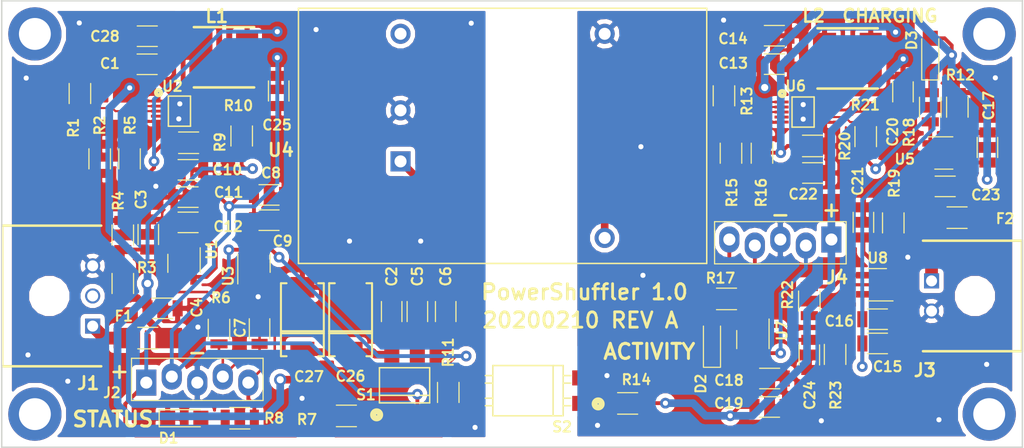
<source format=kicad_pcb>
(kicad_pcb (version 20171130) (host pcbnew "(5.0.0)")
  (layers (0 F.Cu signal) (1 In1.Cu signal hide) (2 In2.Cu signal hide) (31 B.Cu signal) (34 B.Paste user hide) (35 F.Paste user hide) (36 B.SilkS user hide) (37 F.SilkS user) (38 B.Mask user) (39 F.Mask user) (44 Edge.Cuts user))
  (net 0 "")
  (net 1 +3V3)
  (net 2 GND)
  (net 3 "Net-(D2-Pad2)")
  (net 4 "Net-(D1-Pad2)")
  (net 5 "Net-(L2-Pad1)")
  (net 6 "Net-(L1-Pad1)")
  (net 7 "Net-(U6-Pad8)")
  (net 8 "Net-(U2-Pad8)")
  (net 9 +5VA)
  (net 10 "Net-(R22-Pad1)")
  (net 11 "Net-(C21-Pad1)")
  (net 12 GNDA)
  (net 13 "Net-(R6-Pad2)")
  (net 14 /VSUBSHEET)
  (net 15 +3.3VA)
  (net 16 /PB3_2)
  (net 17 /PB2_2)
  (net 18 /PB1_2)
  (net 19 /PB0_2)
  (net 20 /PB0_1)
  (net 21 /PB1_1)
  (net 22 /PB2_1)
  (net 23 /PB3_1)
  (net 24 "Net-(R12-Pad2)")
  (net 25 /VBATTFUSE)
  (net 26 "Net-(R18-Pad1)")
  (net 27 "Net-(R2-Pad2)")
  (net 28 "Net-(R1-Pad1)")
  (net 29 +36V)
  (net 30 "Net-(R10-Pad1)")
  (net 31 "Net-(C10-Pad1)")
  (net 32 "Net-(R7-Pad1)")
  (net 33 "Net-(R14-Pad2)")
  (net 34 "Net-(R15-Pad2)")
  (net 35 "Net-(D3-Pad1)")
  (net 36 /VBATT)
  (net 37 "Net-(R13-Pad1)")
  (net 38 "Net-(R21-Pad1)")
  (net 39 "Net-(C22-Pad1)")
  (net 40 "Net-(F1-Pad2)")
  (net 41 /36VSWITCH)
  (net 42 "Net-(U4-Pad5)")
  (net 43 "Net-(J1-Pad2)")
  (net 44 "Net-(U2-Pad4)")
  (net 45 "Net-(U6-Pad4)")
  (module BMB:Staggered_ICSP_5x2.54mm_Straight (layer F.Cu) (at 68.2371 109.0851)
    (fp_text reference J2 (at -3.4163 1.3033) (layer F.SilkS) (effects (font (thickness 0.2032))))
    (fp_text value Conn_01x05)
    (pad 1 thru_hole rect (at 0 0.3) (size 2 2.6) (drill 1.2) (layers *.Cu *.Mask) (net 1 +3V3))
    (pad 2 thru_hole oval (at 2.54 -0.3) (size 2 2.6) (drill 1.2) (layers *.Cu *.Mask) (net 23 /PB3_1))
    (pad 3 thru_hole oval (at 5.08 0.3) (size 2 2.6) (drill 1.2) (layers *.Cu *.Mask) (net 2 GND))
    (pad 4 thru_hole oval (at 7.62 -0.3) (size 2 2.6) (drill 1.2) (layers *.Cu *.Mask) (net 20 /PB0_1))
    (pad 5 thru_hole oval (at 10.16 0.3) (size 2 2.6) (drill 1.2) (layers *.Cu *.Mask) (net 21 /PB1_1))
  )
  (module BMB:Staggered_ICSP_5x2.54mm_Straight (layer F.Cu) (at 136.4361 95.4405 180)
    (fp_text reference J4 (at -0.5588 -3.4671 180) (layer F.SilkS) (effects (font (size 1.27 1.27) (thickness 0.254))))
    (fp_text value Conn_01x05)
    (pad 1 thru_hole rect (at 0 0.3 180) (size 2 2.6) (drill 1.2) (layers *.Cu *.Mask) (net 15 +3.3VA))
    (pad 2 thru_hole oval (at 2.54 -0.3 180) (size 2 2.6) (drill 1.2) (layers *.Cu *.Mask) (net 16 /PB3_2))
    (pad 3 thru_hole oval (at 5.08 0.3 180) (size 2 2.6) (drill 1.2) (layers *.Cu *.Mask) (net 12 GNDA))
    (pad 4 thru_hole oval (at 7.62 -0.3 180) (size 2 2.6) (drill 1.2) (layers *.Cu *.Mask) (net 19 /PB0_2))
    (pad 5 thru_hole oval (at 10.16 0.3 180) (size 2 2.6) (drill 1.2) (layers *.Cu *.Mask) (net 18 /PB1_2))
  )
  (module Capacitors_SMD:C_1206 (layer F.Cu) (at 68.3387 74.9046)
    (fp_text reference C28 (at -4.2164 0.0127) (layer F.SilkS) (effects (font (thickness 0.2032))))
    (fp_text value 0.1u)
    (pad 2 smd rect (at 1.5 0) (size 1 1.6) (layers F.Cu F.Paste F.Mask) (net 2 GND))
    (pad 1 smd rect (at -1.5 0) (size 1 1.6) (layers F.Cu F.Paste F.Mask) (net 29 +36V))
  )
  (module BMB:10-μMAX_3x3mm (layer F.Cu) (at 133.6167 82.7024 270)
    (fp_text reference U6 (at -2.8448 0.7366) (layer F.SilkS) (effects (font (size 1.016 1.016) (thickness 0.2032))))
    (fp_text value SWITCHDCDCLOPOW)
    (pad 10 smd rect (at -1.25 -2.14 270) (size 0.28 1.4) (layers F.Cu F.Paste F.Mask) (net 5 "Net-(L2-Pad1)"))
    (pad 9 smd rect (at -0.75 -2.14 270) (size 0.28 1.4) (layers F.Cu F.Paste F.Mask) (net 12 GNDA))
    (pad 8 smd rect (at -0.25 -2.14 270) (size 0.28 1.4) (layers F.Cu F.Paste F.Mask) (net 7 "Net-(U6-Pad8)"))
    (pad 7 smd rect (at 0.25 -2.14 270) (size 0.28 1.4) (layers F.Cu F.Paste F.Mask) (net 38 "Net-(R21-Pad1)"))
    (pad 6 smd rect (at 0.75 -2.14 270) (size 0.28 1.4) (layers F.Cu F.Paste F.Mask) (net 39 "Net-(C22-Pad1)"))
    (pad 5 smd rect (at 0.75 2.14 270) (size 0.28 1.4) (layers F.Cu F.Paste F.Mask) (net 34 "Net-(R15-Pad2)"))
    (pad 4 smd rect (at 0.25 2.14 270) (size 0.28 1.4) (layers F.Cu F.Paste F.Mask) (net 45 "Net-(U6-Pad4)"))
    (pad 3 smd rect (at -0.25 2.14 270) (size 0.28 1.4) (layers F.Cu F.Paste F.Mask) (net 37 "Net-(R13-Pad1)"))
    (pad 2 smd rect (at -0.75 2.14 270) (size 0.28 1.4) (layers F.Cu F.Paste F.Mask) (net 9 +5VA))
    (pad 1 smd rect (at -1.25 2.14 270) (size 0.28 1.4) (layers F.Cu F.Paste F.Mask) (net 9 +5VA))
  )
  (module BMB:10-μMAX_3x3mm (layer F.Cu) (at 71.5391 82.6135 270)
    (fp_text reference U2 (at -2.7305 0.6985) (layer F.SilkS) (effects (font (size 1.016 1.016) (thickness 0.2032))))
    (fp_text value SWITCHDCDCLOPOW)
    (pad 10 smd rect (at -1.25 -2.14 270) (size 0.28 1.4) (layers F.Cu F.Paste F.Mask) (net 6 "Net-(L1-Pad1)"))
    (pad 9 smd rect (at -0.75 -2.14 270) (size 0.28 1.4) (layers F.Cu F.Paste F.Mask) (net 2 GND))
    (pad 8 smd rect (at -0.25 -2.14 270) (size 0.28 1.4) (layers F.Cu F.Paste F.Mask) (net 8 "Net-(U2-Pad8)"))
    (pad 7 smd rect (at 0.25 -2.14 270) (size 0.28 1.4) (layers F.Cu F.Paste F.Mask) (net 30 "Net-(R10-Pad1)"))
    (pad 6 smd rect (at 0.75 -2.14 270) (size 0.28 1.4) (layers F.Cu F.Paste F.Mask) (net 31 "Net-(C10-Pad1)"))
    (pad 5 smd rect (at 0.75 2.14 270) (size 0.28 1.4) (layers F.Cu F.Paste F.Mask) (net 27 "Net-(R2-Pad2)"))
    (pad 4 smd rect (at 0.25 2.14 270) (size 0.28 1.4) (layers F.Cu F.Paste F.Mask) (net 44 "Net-(U2-Pad4)"))
    (pad 3 smd rect (at -0.25 2.14 270) (size 0.28 1.4) (layers F.Cu F.Paste F.Mask) (net 28 "Net-(R1-Pad1)"))
    (pad 2 smd rect (at -0.75 2.14 270) (size 0.28 1.4) (layers F.Cu F.Paste F.Mask) (net 29 +36V))
    (pad 1 smd rect (at -1.25 2.14 270) (size 0.28 1.4) (layers F.Cu F.Paste F.Mask) (net 29 +36V))
  )
  (module BMB:SMD4_SSR_CPC1002N (layer F.Cu) (at 93.949632 109.652059)
    (fp_text reference S1 (at -3.840585 0.94176 180) (layer F.SilkS) (effects (font (size 1.016 1.016) (thickness 0.2032))))
    (fp_text value SSR4)
    (pad 4 smd rect (at -1.27 -3.048) (size 1.5 1.6) (layers F.Cu F.Paste F.Mask) (net 29 +36V))
    (pad 3 smd rect (at 1.27 -3.048) (size 1.5 1.6) (layers F.Cu F.Paste F.Mask) (net 41 /36VSWITCH))
    (pad 2 smd rect (at 1.27 3.048) (size 1.5 1.6) (layers F.Cu F.Paste F.Mask) (net 23 /PB3_1))
    (pad 1 smd rect (at -1.27 3.048) (size 1.5 1.6) (layers F.Cu F.Paste F.Mask) (net 32 "Net-(R7-Pad1)"))
  )
  (module LEDs:LED_1206 (layer F.Cu) (at 146.2786 76.7588 90)
    (fp_text reference D3 (at 1.4478 -1.8542 90) (layer F.SilkS) (effects (font (thickness 0.2032))))
    (fp_text value LED)
    (pad 1 smd rect (at -1.65 0 270) (size 1.5 1.5) (layers F.Cu F.Paste F.Mask) (net 35 "Net-(D3-Pad1)"))
    (pad 2 smd rect (at 1.65 0 270) (size 1.5 1.5) (layers F.Cu F.Paste F.Mask) (net 9 +5VA))
  )
  (module LEDs:LED_1206 (layer F.Cu) (at 124.5489 105.3592 90)
    (fp_text reference D2 (at -4.1402 -1.1049 90) (layer F.SilkS) (effects (font (thickness 0.2032))))
    (fp_text value LED)
    (pad 2 smd rect (at 1.65 0 270) (size 1.5 1.5) (layers F.Cu F.Paste F.Mask) (net 3 "Net-(D2-Pad2)"))
    (pad 1 smd rect (at -1.65 0 270) (size 1.5 1.5) (layers F.Cu F.Paste F.Mask) (net 12 GNDA))
  )
  (module LEDs:LED_1206 (layer F.Cu) (at 72.0217 112.9284)
    (fp_text reference D1 (at -1.5621 1.9812) (layer F.SilkS) (effects (font (thickness 0.2032))))
    (fp_text value LED)
    (pad 2 smd rect (at 1.65 0 180) (size 1.5 1.5) (layers F.Cu F.Paste F.Mask) (net 4 "Net-(D1-Pad2)"))
    (pad 1 smd rect (at -1.65 0 180) (size 1.5 1.5) (layers F.Cu F.Paste F.Mask) (net 2 GND))
  )
  (module BMB:2917 (layer F.Cu) (at 88.577532 100.279459 270)
    (fp_text reference C26 (at 8.470641 0.007732 unlocked) (layer F.SilkS) (effects (font (size 1.016 1.016) (thickness 0.2032))))
    (fp_text value 15u hide)
    (pad 2 smd rect (at -0.381 0 270) (size 2.0574 2.3876) (layers F.Cu F.Paste F.Mask) (net 2 GND))
    (pad 1 smd rect (at 6.0706 0 270) (size 2.0574 2.3876) (layers F.Cu F.Paste F.Mask) (net 29 +36V))
  )
  (module BMB:2917 (layer F.Cu) (at 83.776932 100.27946 270)
    (fp_text reference C27 (at 8.50874 -0.652668 unlocked) (layer F.SilkS) (effects (font (size 1.016 1.016) (thickness 0.2032))))
    (fp_text value 15u hide)
    (pad 1 smd rect (at 6.0706 0 270) (size 2.0574 2.3876) (layers F.Cu F.Paste F.Mask) (net 29 +36V))
    (pad 2 smd rect (at -0.381 0 270) (size 2.0574 2.3876) (layers F.Cu F.Paste F.Mask) (net 2 GND))
  )
  (module Capacitors_SMD:C_1206 (layer F.Cu) (at 81.4197 80.3529 270)
    (fp_text reference C25 (at 3.3909 0.1651) (layer F.SilkS) (effects (font (thickness 0.2032))))
    (fp_text value 10u)
    (pad 2 smd rect (at 1.5 0 270) (size 1 1.6) (layers F.Cu F.Paste F.Mask) (net 2 GND))
    (pad 1 smd rect (at -1.5 0 270) (size 1 1.6) (layers F.Cu F.Paste F.Mask) (net 1 +3V3))
  )
  (module BMB:Molex_Microfit3_Header_2pin_Angled_43650 (layer F.Cu) (at 146.4056 99.259 90)
    (fp_text reference J3 (at -8.8942 -0.6604 180) (layer F.SilkS) (effects (font (size 1.27 1.27) (thickness 0.254))))
    (fp_text value Conn_01x02)
    (pad 1 thru_hole rect (at 0 0 90) (size 1.5 1.5) (drill 1.1) (layers *.Cu *.Mask) (net 36 /VBATT))
    (pad 2 thru_hole circle (at -3 0 90) (size 1.5 1.5) (drill 1.1) (layers *.Cu *.Mask) (net 12 GNDA))
    (pad "" np_thru_hole circle (at -1.5 4.32 90) (size 3.1 3.1) (drill 3.1) (layers *.Cu *.Mask))
  )
  (module BMB:Molex_Microfit3_Header_3pin_Angled_43650 (layer F.Cu) (at 62.9031 103.759 270)
    (fp_text reference J1 (at 5.6896 0.4445) (layer F.SilkS) (effects (font (size 1.27 1.27) (thickness 0.254))))
    (fp_text value Conn_01x03)
    (pad 1 thru_hole rect (at 0 0 270) (size 1.5 1.5) (drill 1.1) (layers *.Cu *.Mask) (net 40 "Net-(F1-Pad2)"))
    (pad 2 thru_hole circle (at -3 0 270) (size 1.5 1.5) (drill 1.1) (layers *.Cu *.Mask) (net 43 "Net-(J1-Pad2)"))
    (pad 3 thru_hole circle (at -6 0 270) (size 1.5 1.5) (drill 1.1) (layers *.Cu *.Mask) (net 2 GND))
    (pad "" np_thru_hole circle (at -3 4.32 270) (size 3.1 3.1) (drill 3.1) (layers *.Cu *.Mask))
  )
  (module TO_SOT_Packages_SMD:SOT-23-5_HandSoldering (layer F.Cu) (at 71.9963 97.5106 270)
    (fp_text reference U1 (at -1.3716 -2.7432 270) (layer F.SilkS) (effects (font (thickness 0.2032))))
    (fp_text value MCP6401)
    (pad 1 smd rect (at -1.35 -0.95 270) (size 1.56 0.65) (layers F.Cu F.Paste F.Mask) (net 13 "Net-(R6-Pad2)"))
    (pad 2 smd rect (at -1.35 0 270) (size 1.56 0.65) (layers F.Cu F.Paste F.Mask) (net 2 GND))
    (pad 3 smd rect (at -1.35 0.95 270) (size 1.56 0.65) (layers F.Cu F.Paste F.Mask) (net 14 /VSUBSHEET))
    (pad 4 smd rect (at 1.35 0.95 270) (size 1.56 0.65) (layers F.Cu F.Paste F.Mask) (net 13 "Net-(R6-Pad2)"))
    (pad 5 smd rect (at 1.35 -0.95 270) (size 1.56 0.65) (layers F.Cu F.Paste F.Mask) (net 1 +3V3))
  )
  (module TO_SOT_Packages_SMD:SOT-23-5_HandSoldering (layer F.Cu) (at 141.0208 99.6442 180)
    (fp_text reference U8 (at -0.0254 2.667) (layer F.SilkS) (effects (font (size 1.016 1.016) (thickness 0.2032))))
    (fp_text value MCP6401)
    (pad 5 smd rect (at 1.35 -0.95 180) (size 1.56 0.65) (layers F.Cu F.Paste F.Mask) (net 9 +5VA))
    (pad 4 smd rect (at 1.35 0.95 180) (size 1.56 0.65) (layers F.Cu F.Paste F.Mask) (net 10 "Net-(R22-Pad1)"))
    (pad 3 smd rect (at -1.35 0.95 180) (size 1.56 0.65) (layers F.Cu F.Paste F.Mask) (net 11 "Net-(C21-Pad1)"))
    (pad 2 smd rect (at -1.35 0 180) (size 1.56 0.65) (layers F.Cu F.Paste F.Mask) (net 12 GNDA))
    (pad 1 smd rect (at -1.35 -0.95 180) (size 1.56 0.65) (layers F.Cu F.Paste F.Mask) (net 10 "Net-(R22-Pad1)"))
  )
  (module BMB:3mm_hole (layer F.Cu) (at 57.15 76.6318)
    (fp_text reference MNT1 hide)
    (fp_text value MountingHole)
    (pad "" thru_hole circle (at 0 -1.9558) (size 5.3 5.3) (drill 3.175) (layers *.Cu *.Mask))
  )
  (module BMB:3mm_hole (layer F.Cu) (at 152.146 74.676)
    (fp_text reference MNT2 hide)
    (fp_text value MountingHole)
    (pad "" thru_hole circle (at 0 0) (size 5.3 5.3) (drill 3.175) (layers *.Cu *.Mask))
  )
  (module BMB:3mm_hole (layer F.Cu) (at 57.15 113.5634)
    (fp_text reference MNT3 hide)
    (fp_text value MountingHole)
    (pad "" thru_hole circle (at 0 -1.0414) (size 5.3 5.3) (drill 3.175) (layers *.Cu *.Mask))
  )
  (module BMB:3mm_hole (layer F.Cu) (at 152.146 112.522)
    (fp_text reference MNT4 hide)
    (fp_text value MountingHole)
    (pad "" thru_hole circle (at 0 0) (size 5.3 5.3) (drill 3.175) (layers *.Cu *.Mask))
  )
  (module BMB:NSD05-S_6-DIP_1x1.6inch (layer F.Cu) (at 103.7082 84.8233 90)
    (fp_text reference U4 (at -1.4097 -22.0726 180) (layer F.SilkS) (effects (font (size 1.27 1.27) (thickness 0.254))))
    (fp_text value ISOLATEDDCDC)
    (pad 4 thru_hole circle (at 10.16 10.16 90) (size 2 2) (drill 1.2) (layers *.Cu *.Mask) (net 12 GNDA))
    (pad 3 thru_hole circle (at -10.16 10.16 90) (size 2 2) (drill 1.2) (layers *.Cu *.Mask) (net 9 +5VA))
    (pad 5 thru_hole circle (at 10.16 -10.16 90) (size 2 2) (drill 1.2) (layers *.Cu *.Mask) (net 42 "Net-(U4-Pad5)"))
    (pad 2 thru_hole circle (at 2.54 -10.16 90) (size 2 2) (drill 1.2) (layers *.Cu *.Mask) (net 2 GND))
    (pad 1 thru_hole rect (at -2.54 -10.16 90) (size 2 2) (drill 1.2) (layers *.Cu *.Mask) (net 41 /36VSWITCH))
  )
  (module BMB:SMD4_TL241AF-SSR_0.1_12x5mm (layer F.Cu) (at 106.2355 110.1852 90)
    (fp_text reference S2 (at -3.6068 3.3909) (layer F.SilkS) (effects (font (size 1.016 1.016) (thickness 0.2032))))
    (fp_text value OPTOSOLO)
    (pad 4 smd rect (at -1.27 -5.2 90) (size 1.5 1.6) (layers F.Cu F.Paste F.Mask) (net 2 GND))
    (pad 3 smd rect (at 1.27 -5.2 90) (size 1.5 1.6) (layers F.Cu F.Paste F.Mask) (net 22 /PB2_1))
    (pad 2 smd rect (at 1.27 5.2 90) (size 1.5 1.6) (layers F.Cu F.Paste F.Mask) (net 17 /PB2_2))
    (pad 1 smd rect (at -1.27 5.2 90) (size 1.5 1.6) (layers F.Cu F.Paste F.Mask) (net 33 "Net-(R14-Pad2)"))
  )
  (module BMB:SMD_Inductor_Shielded_6x6mm (layer F.Cu) (at 73.8759 77.0001)
    (fp_text reference L1 (at 1.38 -4.09 unlocked) (layer F.SilkS) (effects (font (size 1.27 1.27) (thickness 0.254))))
    (fp_text value 680u hide)
    (pad 1 smd rect (at -0.2 0) (size 2.3 5.1) (layers F.Cu F.Paste F.Mask) (net 6 "Net-(L1-Pad1)"))
    (pad 2 smd rect (at 4.4 0) (size 2.2 5.1) (layers F.Cu F.Paste F.Mask) (net 1 +3V3))
  )
  (module BMB:SMD_Inductor_Shielded_6x6mm (layer F.Cu) (at 135.9535 77.1144)
    (fp_text reference L2 (at -1.2827 -4.2418 unlocked) (layer F.SilkS) (effects (font (size 1.27 1.27) (thickness 0.254))))
    (fp_text value 680u hide)
    (pad 1 smd rect (at -0.2 0) (size 2.3 5.1) (layers F.Cu F.Paste F.Mask) (net 5 "Net-(L2-Pad1)"))
    (pad 2 smd rect (at 4.4 0) (size 2.2 5.1) (layers F.Cu F.Paste F.Mask) (net 15 +3.3VA))
  )
  (module Capacitors_SMD:C_1206 (layer F.Cu) (at 72.4027 90.9193 180)
    (fp_text reference C11 (at -4.0386 0.4699 180) (layer F.SilkS) (effects (font (thickness 0.2032))))
    (fp_text value 1u)
    (pad 1 smd rect (at -1.5 0 180) (size 1 1.6) (layers F.Cu F.Paste F.Mask) (net 1 +3V3))
    (pad 2 smd rect (at 1.5 0 180) (size 1 1.6) (layers F.Cu F.Paste F.Mask) (net 2 GND))
  )
  (module Capacitors_SMD:C_1206 (layer F.Cu) (at 134.239 106.6292 270)
    (fp_text reference C24 (at 4.0132 -0.0508 270) (layer F.SilkS) (effects (font (thickness 0.2032))))
    (fp_text value 1u)
    (pad 1 smd rect (at -1.5 0 270) (size 1 1.6) (layers F.Cu F.Paste F.Mask) (net 19 /PB0_2))
    (pad 2 smd rect (at 1.5 0 270) (size 1 1.6) (layers F.Cu F.Paste F.Mask) (net 12 GNDA))
  )
  (module Capacitors_SMD:C_1206 (layer F.Cu) (at 147.7645 89.8525)
    (fp_text reference C23 (at 4.0513 0.8509 180) (layer F.SilkS) (effects (font (thickness 0.2032))))
    (fp_text value 4.7u)
    (pad 1 smd rect (at -1.5 0) (size 1 1.6) (layers F.Cu F.Paste F.Mask) (net 25 /VBATTFUSE))
    (pad 2 smd rect (at 1.5 0) (size 1 1.6) (layers F.Cu F.Paste F.Mask) (net 12 GNDA))
  )
  (module Capacitors_SMD:C_1206 (layer F.Cu) (at 134.5692 88.519 180)
    (fp_text reference C22 (at 0.9398 -2.1082 180) (layer F.SilkS) (effects (font (thickness 0.2032))))
    (fp_text value 0.22u)
    (pad 1 smd rect (at -1.5 0 180) (size 1 1.6) (layers F.Cu F.Paste F.Mask) (net 39 "Net-(C22-Pad1)"))
    (pad 2 smd rect (at 1.5 0 180) (size 1 1.6) (layers F.Cu F.Paste F.Mask) (net 12 GNDA))
  )
  (module Capacitors_SMD:C_1206 (layer F.Cu) (at 139.6238 93.4339 90)
    (fp_text reference C21 (at 4.1021 -0.5588 90) (layer F.SilkS) (effects (font (thickness 0.2032))))
    (fp_text value 1u)
    (pad 1 smd rect (at -1.5 0 90) (size 1 1.6) (layers F.Cu F.Paste F.Mask) (net 11 "Net-(C21-Pad1)"))
    (pad 2 smd rect (at 1.5 0 90) (size 1 1.6) (layers F.Cu F.Paste F.Mask) (net 12 GNDA))
  )
  (module Capacitors_SMD:C_1206 (layer F.Cu) (at 130.2893 108.97565)
    (fp_text reference C18 (at -4.0493 0.18435) (layer F.SilkS) (effects (font (thickness 0.2032))))
    (fp_text value 1u)
    (pad 1 smd rect (at -1.5 0) (size 1 1.6) (layers F.Cu F.Paste F.Mask) (net 15 +3.3VA))
    (pad 2 smd rect (at 1.5 0) (size 1 1.6) (layers F.Cu F.Paste F.Mask) (net 12 GNDA))
  )
  (module Capacitors_SMD:C_1206 (layer F.Cu) (at 143.5608 80.4418 270)
    (fp_text reference C20 (at 3.9878 1.0287 270) (layer F.SilkS) (effects (font (thickness 0.2032))))
    (fp_text value 10u)
    (pad 1 smd rect (at -1.5 0 270) (size 1 1.6) (layers F.Cu F.Paste F.Mask) (net 15 +3.3VA))
    (pad 2 smd rect (at 1.5 0 270) (size 1 1.6) (layers F.Cu F.Paste F.Mask) (net 12 GNDA))
  )
  (module Capacitors_SMD:C_1206 (layer F.Cu) (at 130.2766 111.8108)
    (fp_text reference C19 (at -4.048243 -0.35255) (layer F.SilkS) (effects (font (thickness 0.2032))))
    (fp_text value 0.1u)
    (pad 1 smd rect (at -1.5 0) (size 1 1.6) (layers F.Cu F.Paste F.Mask) (net 15 +3.3VA))
    (pad 2 smd rect (at 1.5 0) (size 1 1.6) (layers F.Cu F.Paste F.Mask) (net 12 GNDA))
  )
  (module Capacitors_SMD:C_1206 (layer F.Cu) (at 151.9682 85.979 90)
    (fp_text reference C17 (at 4.1656 0.127 90) (layer F.SilkS) (effects (font (thickness 0.2032))))
    (fp_text value 4.7u)
    (pad 1 smd rect (at -1.5 0 90) (size 1 1.6) (layers F.Cu F.Paste F.Mask) (net 9 +5VA))
    (pad 2 smd rect (at 1.5 0 90) (size 1 1.6) (layers F.Cu F.Paste F.Mask) (net 12 GNDA))
  )
  (module Capacitors_SMD:C_1206 (layer F.Cu) (at 141.016681 103.0732)
    (fp_text reference C16 (at -3.793181 0.191119) (layer F.SilkS) (effects (font (thickness 0.2032))))
    (fp_text value 0.1u)
    (pad 1 smd rect (at -1.5 0) (size 1 1.6) (layers F.Cu F.Paste F.Mask) (net 9 +5VA))
    (pad 2 smd rect (at 1.5 0) (size 1 1.6) (layers F.Cu F.Paste F.Mask) (net 12 GNDA))
  )
  (module Capacitors_SMD:C_1206 (layer F.Cu) (at 130.7592 74.8538)
    (fp_text reference C14 (at -4.1148 0.3048) (layer F.SilkS) (effects (font (thickness 0.2032))))
    (fp_text value 0.1u)
    (pad 1 smd rect (at -1.5 0) (size 1 1.6) (layers F.Cu F.Paste F.Mask) (net 9 +5VA))
    (pad 2 smd rect (at 1.5 0) (size 1 1.6) (layers F.Cu F.Paste F.Mask) (net 12 GNDA))
  )
  (module Capacitors_SMD:C_1206 (layer F.Cu) (at 130.7592 77.6859)
    (fp_text reference C13 (at -4.0894 -0.0889) (layer F.SilkS) (effects (font (thickness 0.2032))))
    (fp_text value 1u)
    (pad 1 smd rect (at -1.5 0) (size 1 1.6) (layers F.Cu F.Paste F.Mask) (net 9 +5VA))
    (pad 2 smd rect (at 1.5 0) (size 1 1.6) (layers F.Cu F.Paste F.Mask) (net 12 GNDA))
  )
  (module Capacitors_SMD:C_1206 (layer F.Cu) (at 72.4027 88.2015 180)
    (fp_text reference C10 (at -3.9116 0 180) (layer F.SilkS) (effects (font (thickness 0.2032))))
    (fp_text value 0.22u)
    (pad 1 smd rect (at -1.5 0 180) (size 1 1.6) (layers F.Cu F.Paste F.Mask) (net 31 "Net-(C10-Pad1)"))
    (pad 2 smd rect (at 1.5 0 180) (size 1 1.6) (layers F.Cu F.Paste F.Mask) (net 2 GND))
  )
  (module Capacitors_SMD:C_1206 (layer F.Cu) (at 80.45695 93.216393)
    (fp_text reference C9 (at 1.35645 2.084407) (layer F.SilkS) (effects (font (thickness 0.2032))))
    (fp_text value 0.1u)
    (pad 1 smd rect (at -1.5 0) (size 1 1.6) (layers F.Cu F.Paste F.Mask) (net 1 +3V3))
    (pad 2 smd rect (at 1.5 0) (size 1 1.6) (layers F.Cu F.Paste F.Mask) (net 2 GND))
  )
  (module Capacitors_SMD:C_1206 (layer F.Cu) (at 80.45695 90.701793)
    (fp_text reference C8 (at 0.2032 -2.182793) (layer F.SilkS) (effects (font (thickness 0.2032))))
    (fp_text value 1u)
    (pad 1 smd rect (at -1.5 0) (size 1 1.6) (layers F.Cu F.Paste F.Mask) (net 1 +3V3))
    (pad 2 smd rect (at 1.5 0) (size 1 1.6) (layers F.Cu F.Paste F.Mask) (net 2 GND))
  )
  (module Capacitors_SMD:C_1206 (layer F.Cu) (at 79.5147 104.0257 90)
    (fp_text reference C7 (at 0.0762 -1.9304 90) (layer F.SilkS) (effects (font (thickness 0.2032))))
    (fp_text value 1u)
    (pad 1 smd rect (at -1.5 0 90) (size 1 1.6) (layers F.Cu F.Paste F.Mask) (net 20 /PB0_1))
    (pad 2 smd rect (at 1.5 0 90) (size 1 1.6) (layers F.Cu F.Paste F.Mask) (net 2 GND))
  )
  (module Capacitors_SMD:C_1206 (layer F.Cu) (at 98.044 102.3112 90)
    (fp_text reference C6 (at 3.5052 0 90) (layer F.SilkS) (effects (font (size 1.016 1.016) (thickness 0.2032))))
    (fp_text value 0.1u)
    (pad 1 smd rect (at -1.5 0 90) (size 1 1.6) (layers F.Cu F.Paste F.Mask) (net 41 /36VSWITCH))
    (pad 2 smd rect (at 1.5 0 90) (size 1 1.6) (layers F.Cu F.Paste F.Mask) (net 2 GND))
  )
  (module Capacitors_SMD:C_1206 (layer F.Cu) (at 95.2246 102.3112 90)
    (fp_text reference C5 (at 3.5052 0 90) (layer F.SilkS) (effects (font (size 1.016 1.016) (thickness 0.2032))))
    (fp_text value 1u)
    (pad 1 smd rect (at -1.5 0 90) (size 1 1.6) (layers F.Cu F.Paste F.Mask) (net 41 /36VSWITCH))
    (pad 2 smd rect (at 1.5 0 90) (size 1 1.6) (layers F.Cu F.Paste F.Mask) (net 2 GND))
  )
  (module Capacitors_SMD:C_1206 (layer F.Cu) (at 69.8627 101.9937)
    (fp_text reference C4 (at 3.4163 -0.0635 270) (layer F.SilkS) (effects (font (thickness 0.2032))))
    (fp_text value 10u)
    (pad 1 smd rect (at -1.5 0) (size 1 1.6) (layers F.Cu F.Paste F.Mask) (net 29 +36V))
    (pad 2 smd rect (at 1.5 0) (size 1 1.6) (layers F.Cu F.Paste F.Mask) (net 2 GND))
  )
  (module Capacitors_SMD:C_1206 (layer F.Cu) (at 68.326 77.6986)
    (fp_text reference C1 (at -3.7084 -0.0762) (layer F.SilkS) (effects (font (thickness 0.2032))))
    (fp_text value 1u)
    (pad 1 smd rect (at -1.5 0) (size 1 1.6) (layers F.Cu F.Paste F.Mask) (net 29 +36V))
    (pad 2 smd rect (at 1.5 0) (size 1 1.6) (layers F.Cu F.Paste F.Mask) (net 2 GND))
  )
  (module Capacitors_SMD:C_1206 (layer F.Cu) (at 68.4403 94.6404 90)
    (fp_text reference C3 (at 3.4798 -0.7239 270) (layer F.SilkS) (effects (font (thickness 0.2032))))
    (fp_text value 1u)
    (pad 1 smd rect (at -1.5 0 90) (size 1 1.6) (layers F.Cu F.Paste F.Mask) (net 14 /VSUBSHEET))
    (pad 2 smd rect (at 1.5 0 90) (size 1 1.6) (layers F.Cu F.Paste F.Mask) (net 2 GND))
  )
  (module Capacitors_SMD:C_1206 (layer F.Cu) (at 141.0208 105.485581)
    (fp_text reference C15 (at 1.016 2.312019) (layer F.SilkS) (effects (font (thickness 0.2032))))
    (fp_text value 1u)
    (pad 1 smd rect (at -1.5 0) (size 1 1.6) (layers F.Cu F.Paste F.Mask) (net 9 +5VA))
    (pad 2 smd rect (at 1.5 0) (size 1 1.6) (layers F.Cu F.Paste F.Mask) (net 12 GNDA))
  )
  (module Capacitors_SMD:C_1206 (layer F.Cu) (at 92.666932 102.311459 90)
    (fp_text reference C2 (at 3.4925 0 90) (layer F.SilkS) (effects (font (size 1.016 1.016) (thickness 0.2032))))
    (fp_text value 0.1u)
    (pad 1 smd rect (at -1.5 0 90) (size 1 1.6) (layers F.Cu F.Paste F.Mask) (net 29 +36V))
    (pad 2 smd rect (at 1.5 0 90) (size 1 1.6) (layers F.Cu F.Paste F.Mask) (net 2 GND))
  )
  (module Capacitors_SMD:C_1206 (layer F.Cu) (at 72.4027 93.4339 180)
    (fp_text reference C12 (at -3.9878 -0.4191 180) (layer F.SilkS) (effects (font (thickness 0.2032))))
    (fp_text value 0.1u)
    (pad 1 smd rect (at -1.5 0 180) (size 1 1.6) (layers F.Cu F.Paste F.Mask) (net 1 +3V3))
    (pad 2 smd rect (at 1.5 0 180) (size 1 1.6) (layers F.Cu F.Paste F.Mask) (net 2 GND))
  )
  (module Fuse_Holders_and_Fuses:Fuse_SMD1206_HandSoldering (layer F.Cu) (at 68.3895 104.9528 180)
    (fp_text reference F1 (at 2.3876 2.1844 180) (layer F.SilkS) (effects (font (thickness 0.2032))))
    (fp_text value Fuse)
    (pad 1 smd rect (at -2.09 0 270) (size 2.03 2.65) (layers F.Cu F.Paste F.Mask) (net 29 +36V))
    (pad 2 smd rect (at 2.09 0 270) (size 2.03 2.65) (layers F.Cu F.Paste F.Mask) (net 40 "Net-(F1-Pad2)"))
  )
  (module Fuse_Holders_and_Fuses:Fuse_SMD1206_HandSoldering (layer F.Cu) (at 148.9456 92.964 180)
    (fp_text reference F2 (at -4.7752 -0.1016) (layer F.SilkS) (effects (font (thickness 0.2032))))
    (fp_text value Fuse)
    (pad 1 smd rect (at -2.09 0 270) (size 2.03 2.65) (layers F.Cu F.Paste F.Mask) (net 36 /VBATT))
    (pad 2 smd rect (at 2.09 0 270) (size 2.03 2.65) (layers F.Cu F.Paste F.Mask) (net 25 /VBATTFUSE))
  )
  (module Resistors_SMD:R_1206 (layer F.Cu) (at 65.9025 99.5172 90)
    (fp_text reference R3 (at 1.5748 2.3854) (layer F.SilkS) (effects (font (thickness 0.2032))))
    (fp_text value 150k)
    (pad 1 smd rect (at -1.45 0 90) (size 0.9 1.7) (layers F.Cu F.Paste F.Mask) (net 29 +36V))
    (pad 2 smd rect (at 1.45 0 90) (size 0.9 1.7) (layers F.Cu F.Paste F.Mask) (net 14 /VSUBSHEET))
  )
  (module Resistors_SMD:R_1206 (layer F.Cu) (at 134.5565 85.8266)
    (fp_text reference R20 (at 3.2131 0.0254 90) (layer F.SilkS) (effects (font (thickness 0.2032))))
    (fp_text value 22.1)
    (pad 1 smd rect (at -1.45 0) (size 0.9 1.7) (layers F.Cu F.Paste F.Mask) (net 15 +3.3VA))
    (pad 2 smd rect (at 1.45 0) (size 0.9 1.7) (layers F.Cu F.Paste F.Mask) (net 39 "Net-(C22-Pad1)"))
  )
  (module Resistors_SMD:R_1206 (layer F.Cu) (at 139.8524 84.8995 270)
    (fp_text reference R21 (at -3.1369 0.0508) (layer F.SilkS) (effects (font (thickness 0.2032))))
    (fp_text value 191k)
    (pad 1 smd rect (at -1.45 0 270) (size 0.9 1.7) (layers F.Cu F.Paste F.Mask) (net 38 "Net-(R21-Pad1)"))
    (pad 2 smd rect (at 1.45 0 270) (size 0.9 1.7) (layers F.Cu F.Paste F.Mask) (net 9 +5VA))
  )
  (module Resistors_SMD:R_1206 (layer F.Cu) (at 134.239 101.2698 270)
    (fp_text reference R22 (at -0.623686 2.164154 270) (layer F.SilkS) (effects (font (thickness 0.2032))))
    (fp_text value 18.7k)
    (pad 1 smd rect (at -1.45 0 270) (size 0.9 1.7) (layers F.Cu F.Paste F.Mask) (net 10 "Net-(R22-Pad1)"))
    (pad 2 smd rect (at 1.45 0 270) (size 0.9 1.7) (layers F.Cu F.Paste F.Mask) (net 19 /PB0_2))
  )
  (module Resistors_SMD:R_1206 (layer F.Cu) (at 125.7427 80.8355 90)
    (fp_text reference R13 (at -0.5334 2.286 90) (layer F.SilkS) (effects (font (thickness 0.2032))))
    (fp_text value 191k)
    (pad 1 smd rect (at -1.45 0 90) (size 0.9 1.7) (layers F.Cu F.Paste F.Mask) (net 37 "Net-(R13-Pad1)"))
    (pad 2 smd rect (at 1.45 0 90) (size 0.9 1.7) (layers F.Cu F.Paste F.Mask) (net 12 GNDA))
  )
  (module Resistors_SMD:R_1206 (layer F.Cu) (at 136.8044 106.5784 270)
    (fp_text reference R23 (at 4.062614 -0.071046 270) (layer F.SilkS) (effects (font (thickness 0.2032))))
    (fp_text value 56.2k)
    (pad 1 smd rect (at -1.45 0 270) (size 0.9 1.7) (layers F.Cu F.Paste F.Mask) (net 19 /PB0_2))
    (pad 2 smd rect (at 1.45 0 270) (size 0.9 1.7) (layers F.Cu F.Paste F.Mask) (net 12 GNDA))
  )
  (module Resistors_SMD:R_1206 (layer F.Cu) (at 142.5956 93.4847 90)
    (fp_text reference R19 (at 3.937 0.1016 90) (layer F.SilkS) (effects (font (thickness 0.2032))))
    (fp_text value 390)
    (pad 1 smd rect (at -1.45 0 90) (size 0.9 1.7) (layers F.Cu F.Paste F.Mask) (net 11 "Net-(C21-Pad1)"))
    (pad 2 smd rect (at 1.45 0 90) (size 0.9 1.7) (layers F.Cu F.Paste F.Mask) (net 36 /VBATT))
  )
  (module Resistors_SMD:R_1206 (layer F.Cu) (at 146.2786 81.9785 90)
    (fp_text reference R18 (at -2.5019 -2.1082 90) (layer F.SilkS) (effects (font (thickness 0.2032))))
    (fp_text value 470)
    (pad 1 smd rect (at -1.45 0 90) (size 0.9 1.7) (layers F.Cu F.Paste F.Mask) (net 26 "Net-(R18-Pad1)"))
    (pad 2 smd rect (at 1.45 0 90) (size 0.9 1.7) (layers F.Cu F.Paste F.Mask) (net 35 "Net-(D3-Pad1)"))
  )
  (module Resistors_SMD:R_1206 (layer F.Cu) (at 125.9967 101.0539 180)
    (fp_text reference R17 (at 0.6096 2.0701 180) (layer F.SilkS) (effects (font (thickness 0.2032))))
    (fp_text value 390)
    (pad 1 smd rect (at -1.45 0 180) (size 0.9 1.7) (layers F.Cu F.Paste F.Mask) (net 18 /PB1_2))
    (pad 2 smd rect (at 1.45 0 180) (size 0.9 1.7) (layers F.Cu F.Paste F.Mask) (net 3 "Net-(D2-Pad2)"))
  )
  (module Resistors_SMD:R_1206 (layer F.Cu) (at 129.5273 86.5505 90)
    (fp_text reference R16 (at -3.9243 -0.0762 270) (layer F.SilkS) (effects (font (thickness 0.2032))))
    (fp_text value 158k)
    (pad 1 smd rect (at -1.45 0 90) (size 0.9 1.7) (layers F.Cu F.Paste F.Mask) (net 15 +3.3VA))
    (pad 2 smd rect (at 1.45 0 90) (size 0.9 1.7) (layers F.Cu F.Paste F.Mask) (net 34 "Net-(R15-Pad2)"))
  )
  (module Resistors_SMD:R_1206 (layer F.Cu) (at 126.4412 86.5505 90)
    (fp_text reference R15 (at -3.9243 0.0889 90) (layer F.SilkS) (effects (font (thickness 0.2032))))
    (fp_text value 49.9k)
    (pad 1 smd rect (at -1.45 0 90) (size 0.9 1.7) (layers F.Cu F.Paste F.Mask) (net 12 GNDA))
    (pad 2 smd rect (at 1.45 0 90) (size 0.9 1.7) (layers F.Cu F.Paste F.Mask) (net 34 "Net-(R15-Pad2)"))
  )
  (module Resistors_SMD:R_1206 (layer F.Cu) (at 116.1542 111.4552 180)
    (fp_text reference R14 (at -0.8636 2.3622 180) (layer F.SilkS) (effects (font (thickness 0.2032))))
    (fp_text value 390)
    (pad 1 smd rect (at -1.45 0 180) (size 0.9 1.7) (layers F.Cu F.Paste F.Mask) (net 15 +3.3VA))
    (pad 2 smd rect (at 1.45 0 180) (size 0.9 1.7) (layers F.Cu F.Paste F.Mask) (net 33 "Net-(R14-Pad2)"))
  )
  (module Resistors_SMD:R_1206 (layer F.Cu) (at 65.9003 94.6912 90)
    (fp_text reference R4 (at 3.4036 -0.4445 270) (layer F.SilkS) (effects (font (thickness 0.2032))))
    (fp_text value 18.7k)
    (pad 1 smd rect (at -1.45 0 90) (size 0.9 1.7) (layers F.Cu F.Paste F.Mask) (net 14 /VSUBSHEET))
    (pad 2 smd rect (at 1.45 0 90) (size 0.9 1.7) (layers F.Cu F.Paste F.Mask) (net 2 GND))
  )
  (module Resistors_SMD:R_1206 (layer F.Cu) (at 66.5734 87.1093 90)
    (fp_text reference R5 (at 3.3401 0.0635 90) (layer F.SilkS) (effects (font (thickness 0.2032))))
    (fp_text value 158k)
    (pad 1 smd rect (at -1.45 0 90) (size 0.9 1.7) (layers F.Cu F.Paste F.Mask) (net 1 +3V3))
    (pad 2 smd rect (at 1.45 0 90) (size 0.9 1.7) (layers F.Cu F.Paste F.Mask) (net 27 "Net-(R2-Pad2)"))
  )
  (module Resistors_SMD:R_1206 (layer F.Cu) (at 75.4761 104.0765 90)
    (fp_text reference R6 (at 3.1369 0.1905) (layer F.SilkS) (effects (font (thickness 0.2032))))
    (fp_text value 390)
    (pad 1 smd rect (at -1.45 0 90) (size 0.9 1.7) (layers F.Cu F.Paste F.Mask) (net 20 /PB0_1))
    (pad 2 smd rect (at 1.45 0 90) (size 0.9 1.7) (layers F.Cu F.Paste F.Mask) (net 13 "Net-(R6-Pad2)"))
  )
  (module Resistors_SMD:R_1206 (layer F.Cu) (at 88.158432 112.700059 180)
    (fp_text reference R7 (at 3.932032 -0.355341 180) (layer F.SilkS) (effects (font (size 1.016 1.016) (thickness 0.2032))))
    (fp_text value 390)
    (pad 1 smd rect (at -1.45 0 180) (size 0.9 1.7) (layers F.Cu F.Paste F.Mask) (net 32 "Net-(R7-Pad1)"))
    (pad 2 smd rect (at 1.45 0 180) (size 0.9 1.7) (layers F.Cu F.Paste F.Mask) (net 1 +3V3))
  )
  (module Resistors_SMD:R_1206 (layer F.Cu) (at 148.971 81.9658 270)
    (fp_text reference R12 (at -3.2004 -0.3048) (layer F.SilkS) (effects (font (thickness 0.2032))))
    (fp_text value 2k)
    (pad 1 smd rect (at -1.45 0 270) (size 0.9 1.7) (layers F.Cu F.Paste F.Mask) (net 12 GNDA))
    (pad 2 smd rect (at 1.45 0 270) (size 0.9 1.7) (layers F.Cu F.Paste F.Mask) (net 24 "Net-(R12-Pad2)"))
  )
  (module Resistors_SMD:R_1206 (layer F.Cu) (at 72.4535 85.5091)
    (fp_text reference R9 (at 3.1242 -0.0508 90) (layer F.SilkS) (effects (font (thickness 0.2032))))
    (fp_text value 22.1)
    (pad 1 smd rect (at -1.45 0) (size 0.9 1.7) (layers F.Cu F.Paste F.Mask) (net 1 +3V3))
    (pad 2 smd rect (at 1.45 0) (size 0.9 1.7) (layers F.Cu F.Paste F.Mask) (net 31 "Net-(C10-Pad1)"))
  )
  (module Resistors_SMD:R_1206 (layer F.Cu) (at 77.7367 84.836 270)
    (fp_text reference R10 (at -3.0226 0.3302) (layer F.SilkS) (effects (font (thickness 0.2032))))
    (fp_text value 191k)
    (pad 1 smd rect (at -1.45 0 270) (size 0.9 1.7) (layers F.Cu F.Paste F.Mask) (net 30 "Net-(R10-Pad1)"))
    (pad 2 smd rect (at 1.45 0 270) (size 0.9 1.7) (layers F.Cu F.Paste F.Mask) (net 29 +36V))
  )
  (module Resistors_SMD:R_1206 (layer F.Cu) (at 98.298 110.363 90)
    (fp_text reference R11 (at 3.9878 0 90) (layer F.SilkS) (effects (font (size 1.016 1.016) (thickness 0.2032))))
    (fp_text value 2k)
    (pad 1 smd rect (at -1.45 0 90) (size 0.9 1.7) (layers F.Cu F.Paste F.Mask) (net 1 +3V3))
    (pad 2 smd rect (at 1.45 0 90) (size 0.9 1.7) (layers F.Cu F.Paste F.Mask) (net 22 /PB2_1))
  )
  (module Resistors_SMD:R_1206 (layer F.Cu) (at 61.6331 80.6069 90)
    (fp_text reference R1 (at -3.4163 -0.6477 270) (layer F.SilkS) (effects (font (thickness 0.2032))))
    (fp_text value 191k)
    (pad 1 smd rect (at -1.45 0 90) (size 0.9 1.7) (layers F.Cu F.Paste F.Mask) (net 28 "Net-(R1-Pad1)"))
    (pad 2 smd rect (at 1.45 0 90) (size 0.9 1.7) (layers F.Cu F.Paste F.Mask) (net 2 GND))
  )
  (module Resistors_SMD:R_1206 (layer F.Cu) (at 63.6016 87.1093 90)
    (fp_text reference R2 (at 3.3274 0.0127 90) (layer F.SilkS) (effects (font (thickness 0.2032))))
    (fp_text value 49.9k)
    (pad 1 smd rect (at -1.45 0 90) (size 0.9 1.7) (layers F.Cu F.Paste F.Mask) (net 2 GND))
    (pad 2 smd rect (at 1.45 0 90) (size 0.9 1.7) (layers F.Cu F.Paste F.Mask) (net 27 "Net-(R2-Pad2)"))
  )
  (module Resistors_SMD:R_1206 (layer F.Cu) (at 77.5462 112.9284 180)
    (fp_text reference R8 (at -3.4163 0 180) (layer F.SilkS) (effects (font (thickness 0.2032))))
    (fp_text value 390)
    (pad 2 smd rect (at 1.45 0 180) (size 0.9 1.7) (layers F.Cu F.Paste F.Mask) (net 4 "Net-(D1-Pad2)"))
    (pad 1 smd rect (at -1.45 0 180) (size 0.9 1.7) (layers F.Cu F.Paste F.Mask) (net 21 /PB1_1))
  )
  (module TO_SOT_Packages_SMD:SOT-23-5_HandSoldering (layer F.Cu) (at 147.6248 86.5251)
    (fp_text reference U5 (at -3.8862 0.6223 180) (layer F.SilkS) (effects (font (thickness 0.2032))))
    (fp_text value MCP73831)
    (pad 1 smd rect (at -1.35 -0.95) (size 1.56 0.65) (layers F.Cu F.Paste F.Mask) (net 26 "Net-(R18-Pad1)"))
    (pad 2 smd rect (at -1.35 0) (size 1.56 0.65) (layers F.Cu F.Paste F.Mask) (net 12 GNDA))
    (pad 3 smd rect (at -1.35 0.95) (size 1.56 0.65) (layers F.Cu F.Paste F.Mask) (net 25 /VBATTFUSE))
    (pad 4 smd rect (at 1.35 0.95) (size 1.56 0.65) (layers F.Cu F.Paste F.Mask) (net 9 +5VA))
    (pad 5 smd rect (at 1.35 -0.95) (size 1.56 0.65) (layers F.Cu F.Paste F.Mask) (net 24 "Net-(R12-Pad2)"))
  )
  (module TO_SOT_Packages_SMD:SOT-23-6_Handsoldering (layer F.Cu) (at 78.95835 97.508993 90)
    (fp_text reference U3 (at -1.27 -2.5654 90) (layer F.SilkS) (effects (font (thickness 0.2032))))
    (fp_text value ATTINY)
    (pad 1 smd rect (at -1.35 -0.95 90) (size 1.56 0.65) (layers F.Cu F.Paste F.Mask) (net 20 /PB0_1))
    (pad 2 smd rect (at -1.35 0 90) (size 1.56 0.65) (layers F.Cu F.Paste F.Mask) (net 2 GND))
    (pad 3 smd rect (at -1.35 0.95 90) (size 1.56 0.65) (layers F.Cu F.Paste F.Mask) (net 21 /PB1_1))
    (pad 4 smd rect (at 1.35 0.95 90) (size 1.56 0.65) (layers F.Cu F.Paste F.Mask) (net 22 /PB2_1))
    (pad 6 smd rect (at 1.35 -0.95 90) (size 1.56 0.65) (layers F.Cu F.Paste F.Mask) (net 23 /PB3_1))
    (pad 5 smd rect (at 1.35 0 90) (size 1.56 0.65) (layers F.Cu F.Paste F.Mask) (net 1 +3V3))
  )
  (module TO_SOT_Packages_SMD:SOT-23-6_Handsoldering (layer F.Cu) (at 128.622543 105.10215 270)
    (fp_text reference U7 (at -0.88595 -2.898657 270) (layer F.SilkS) (effects (font (thickness 0.2032))))
    (fp_text value ATTINY)
    (pad 1 smd rect (at -1.35 -0.95 270) (size 1.56 0.65) (layers F.Cu F.Paste F.Mask) (net 19 /PB0_2))
    (pad 2 smd rect (at -1.35 0 270) (size 1.56 0.65) (layers F.Cu F.Paste F.Mask) (net 12 GNDA))
    (pad 3 smd rect (at -1.35 0.95 270) (size 1.56 0.65) (layers F.Cu F.Paste F.Mask) (net 18 /PB1_2))
    (pad 4 smd rect (at 1.35 0.95 270) (size 1.56 0.65) (layers F.Cu F.Paste F.Mask) (net 17 /PB2_2))
    (pad 6 smd rect (at 1.35 -0.95 270) (size 1.56 0.65) (layers F.Cu F.Paste F.Mask) (net 16 /PB3_2))
    (pad 5 smd rect (at 1.35 0 270) (size 1.56 0.65) (layers F.Cu F.Paste F.Mask) (net 15 +3.3VA))
  )
  (gr_text + (at 136.4488 92.1385) (layer F.SilkS) (effects (font (size 1.524 1.524) (thickness 0.254))))
  (gr_text - (at 131.3561 92.6211) (layer F.SilkS) (effects (font (size 1.524 1.524) (thickness 0.254))))
  (gr_text + (at 65.5701 108.2167) (layer F.SilkS) (effects (font (size 1.524 1.524) (thickness 0.254))))
  (gr_text - (at 73.3171 106.3371) (layer F.SilkS) (effects (font (size 1.524 1.524) (thickness 0.254))))
  (gr_line (start 53.848 115.824) (end 53.848 71.374) (layer Edge.Cuts) (width 0.15))
  (gr_line (start 155.448 115.824) (end 53.848 115.824) (layer Edge.Cuts) (width 0.15))
  (gr_line (start 155.448 71.374) (end 155.448 115.824) (layer Edge.Cuts) (width 0.15))
  (gr_line (start 53.848 71.374) (end 155.448 71.374) (layer Edge.Cuts) (width 0.15))
  (gr_text STATUS (at 64.9224 113.03) (layer F.SilkS) (effects (font (size 1.5 1.5) (thickness 0.3))))
  (gr_text ACTIVITY (at 118.3132 106.299) (layer F.SilkS) (effects (font (size 1.5 1.5) (thickness 0.3))))
  (gr_text CHARGING (at 142.2654 72.8726) (layer F.SilkS) (effects (font (size 1.27 1.27) (thickness 0.254))))
  (gr_text "20200210 REV A" (at 111.4552 103.1748) (layer F.SilkS) (effects (font (size 1.524 1.524) (thickness 0.2794))))
  (gr_text "PowerShuffler 1.0" (at 111.8616 100.3681) (layer F.SilkS) (effects (font (size 1.524 1.524) (thickness 0.2794))))
  (via (at 69.0118 87.3506) (size 1.0668) (drill 0.508) (layers F.Cu B.Cu) (net 1))
  (segment (start 78.95695 93.216393) (end 78.95695 90.701793) (width 0.381) (layer F.Cu) (net 1))
  (via (at 81.28 77.0382) (size 1.0668) (drill 0.508) (layers F.Cu B.Cu) (net 1))
  (via (at 76.4794 91.8464) (size 1.0668) (drill 0.508) (layers F.Cu B.Cu) (net 1))
  (segment (start 76.4794 91.8464) (end 79.0067 91.8464) (width 0.381) (layer B.Cu) (net 1))
  (segment (start 81.28 89.5731) (end 81.28 77.0382) (width 0.381) (layer B.Cu) (net 1))
  (segment (start 79.0067 91.8464) (end 81.28 89.5731) (width 0.381) (layer B.Cu) (net 1))
  (segment (start 78.95835 93.217793) (end 78.95695 93.216393) (width 0.381) (layer F.Cu) (net 1))
  (segment (start 78.95835 96.158993) (end 78.95835 93.217793) (width 0.381) (layer F.Cu) (net 1))
  (segment (start 77.624007 90.701793) (end 76.4794 91.8464) (width 0.381) (layer F.Cu) (net 1))
  (segment (start 78.95695 90.701793) (end 77.624007 90.701793) (width 0.381) (layer F.Cu) (net 1))
  (segment (start 98.298 111.813) (end 98.298 113.9952) (width 0.381) (layer F.Cu) (net 1))
  (segment (start 98.298 113.9952) (end 97.6503 114.6429) (width 0.381) (layer F.Cu) (net 1))
  (segment (start 97.6503 114.6429) (end 87.0966 114.6429) (width 0.381) (layer F.Cu) (net 1))
  (segment (start 86.708432 114.254732) (end 86.708432 112.700059) (width 0.381) (layer F.Cu) (net 1))
  (segment (start 87.0966 114.6429) (end 86.708432 114.254732) (width 0.381) (layer F.Cu) (net 1))
  (segment (start 75.5523 90.9193) (end 76.4794 91.8464) (width 0.381) (layer F.Cu) (net 1))
  (segment (start 73.9027 90.9193) (end 75.5523 90.9193) (width 0.381) (layer F.Cu) (net 1))
  (segment (start 68.2371 104.521) (end 68.2371 109.3851) (width 0.381) (layer B.Cu) (net 1))
  (segment (start 74.9681 97.79) (end 68.2371 104.521) (width 0.381) (layer B.Cu) (net 1))
  (segment (start 74.9681 95.9993) (end 74.9681 97.79) (width 0.381) (layer B.Cu) (net 1))
  (segment (start 76.4794 91.8464) (end 76.4794 94.488) (width 0.381) (layer B.Cu) (net 1))
  (segment (start 76.4794 94.488) (end 74.9681 95.9993) (width 0.381) (layer B.Cu) (net 1))
  (segment (start 85.051641 112.700059) (end 86.708432 112.700059) (width 0.381) (layer F.Cu) (net 1))
  (segment (start 68.2371 109.4105) (end 66.1416 111.506) (width 0.381) (layer F.Cu) (net 1))
  (segment (start 68.2371 109.3851) (end 68.2371 109.4105) (width 0.381) (layer F.Cu) (net 1))
  (segment (start 66.1416 111.506) (end 66.1416 113.6142) (width 0.381) (layer F.Cu) (net 1))
  (segment (start 66.1416 113.6142) (end 67.183 114.6556) (width 0.381) (layer F.Cu) (net 1))
  (segment (start 67.183 114.6556) (end 83.0961 114.6556) (width 0.381) (layer F.Cu) (net 1))
  (segment (start 83.0961 114.6556) (end 85.051641 112.700059) (width 0.381) (layer F.Cu) (net 1))
  (segment (start 69.0118 87.3506) (end 69.0118 86.487) (width 0.381) (layer F.Cu) (net 1))
  (segment (start 69.9897 85.5091) (end 71.0035 85.5091) (width 0.381) (layer F.Cu) (net 1))
  (segment (start 69.0118 86.487) (end 69.9897 85.5091) (width 0.381) (layer F.Cu) (net 1))
  (segment (start 69.0118 87.9856) (end 69.0118 87.3506) (width 0.381) (layer F.Cu) (net 1))
  (segment (start 68.4381 88.5593) (end 69.0118 87.9856) (width 0.381) (layer F.Cu) (net 1))
  (segment (start 66.5734 88.5593) (end 68.4381 88.5593) (width 0.381) (layer F.Cu) (net 1))
  (segment (start 74.2404 98.8606) (end 72.9463 98.8606) (width 0.381) (layer F.Cu) (net 1))
  (segment (start 75.1586 97.9424) (end 74.2404 98.8606) (width 0.381) (layer F.Cu) (net 1))
  (segment (start 75.1586 95.9358) (end 75.1586 97.9424) (width 0.381) (layer F.Cu) (net 1))
  (segment (start 73.9027 90.9193) (end 73.9027 94.6799) (width 0.381) (layer F.Cu) (net 1))
  (segment (start 73.9027 94.6799) (end 75.1586 95.9358) (width 0.381) (layer F.Cu) (net 1))
  (via (at 81.28 74.4474) (size 1.0668) (drill 0.508) (layers F.Cu B.Cu) (net 1))
  (segment (start 69.0118 81.1784) (end 69.0118 87.3506) (width 0.381) (layer B.Cu) (net 1))
  (segment (start 81.28 74.4474) (end 75.7428 74.4474) (width 0.381) (layer B.Cu) (net 1))
  (segment (start 75.7428 74.4474) (end 69.0118 81.1784) (width 0.381) (layer B.Cu) (net 1))
  (via (at 71.5772 81.6356) (size 1.0668) (drill 0.508) (layers F.Cu B.Cu) (net 2))
  (via (at 71.4756 83.1342) (size 1.0668) (drill 0.508) (layers F.Cu B.Cu) (net 2))
  (segment (start 73.6791 81.8635) (end 72.5036 81.8635) (width 0.2032) (layer F.Cu) (net 2))
  (via (at 69.1896 89.8398) (size 1.0668) (drill 0.508) (layers F.Cu B.Cu) (net 2))
  (via (at 100.965 113.8428) (size 1.0668) (drill 0.508) (layers F.Cu B.Cu) (net 2))
  (via (at 88.4682 95.3008) (size 1.0668) (drill 0.508) (layers F.Cu B.Cu) (net 2))
  (via (at 95.5548 95.3008) (size 1.0668) (drill 0.508) (layers F.Cu B.Cu) (net 2))
  (via (at 100.584 73.6092) (size 1.0668) (drill 0.508) (layers F.Cu B.Cu) (net 2))
  (via (at 56.2864 79.0702) (size 1.0668) (drill 0.508) (layers F.Cu B.Cu) (net 2))
  (via (at 61.5696 73.5838) (size 1.0668) (drill 0.508) (layers F.Cu B.Cu) (net 2))
  (via (at 56.4642 106.6292) (size 1.0668) (drill 0.508) (layers F.Cu B.Cu) (net 2))
  (via (at 60.4266 109.2454) (size 1.0668) (drill 0.508) (layers F.Cu B.Cu) (net 2))
  (via (at 85.1408 74.2442) (size 1.0668) (drill 0.508) (layers F.Cu B.Cu) (net 2))
  (via (at 73.3806 103.8606) (size 1.0668) (drill 0.508) (layers F.Cu B.Cu) (net 2))
  (via (at 79.375 100.838) (size 1.0668) (drill 0.508) (layers F.Cu B.Cu) (net 2))
  (segment (start 81.129 82.1436) (end 81.4197 81.8529) (width 0.2032) (layer F.Cu) (net 2))
  (segment (start 74.93 82.1436) (end 81.129 82.1436) (width 0.2032) (layer F.Cu) (net 2))
  (segment (start 74.6506 81.8642) (end 74.93 82.1436) (width 0.2032) (layer F.Cu) (net 2))
  (segment (start 73.6791 81.8635) (end 73.6798 81.8642) (width 0.2032) (layer F.Cu) (net 2))
  (segment (start 73.6798 81.8642) (end 74.6506 81.8642) (width 0.2032) (layer F.Cu) (net 2))
  (via (at 83.7438 110.9472) (size 1.0668) (drill 0.508) (layers F.Cu B.Cu) (net 2))
  (segment (start 71.5772 81.6356) (end 72.2757 81.6356) (width 0.2032) (layer F.Cu) (net 2))
  (segment (start 72.2757 81.6356) (end 72.5036 81.8635) (width 0.2032) (layer F.Cu) (net 2))
  (segment (start 124.5467 103.707) (end 124.5489 103.7092) (width 0.381) (layer F.Cu) (net 3))
  (segment (start 124.5467 101.0539) (end 124.5467 103.707) (width 0.381) (layer F.Cu) (net 3))
  (segment (start 73.6717 112.9284) (end 76.0962 112.9284) (width 0.381) (layer F.Cu) (net 4))
  (segment (start 131.4767 81.9524) (end 128.9678 81.9524) (width 0.2032) (layer F.Cu) (net 9))
  (segment (start 128.9678 81.9524) (end 128.8288 81.8134) (width 0.2032) (layer F.Cu) (net 9))
  (segment (start 128.8288 81.8134) (end 128.8288 81.4324) (width 0.2032) (layer F.Cu) (net 9))
  (segment (start 151.9643 87.4751) (end 151.9682 87.479) (width 0.381) (layer F.Cu) (net 9))
  (segment (start 148.9748 87.4751) (end 151.9643 87.4751) (width 0.381) (layer F.Cu) (net 9))
  (segment (start 139.5208 100.7442) (end 139.6708 100.5942) (width 0.381) (layer F.Cu) (net 9))
  (segment (start 139.5208 105.485581) (end 139.5208 100.7442) (width 0.381) (layer F.Cu) (net 9))
  (via (at 139.5095 107.7849) (size 1.0668) (drill 0.508) (layers F.Cu B.Cu) (net 9))
  (segment (start 139.5095 105.496881) (end 139.5208 105.485581) (width 0.381) (layer F.Cu) (net 9))
  (segment (start 139.5095 107.7849) (end 139.5095 105.496881) (width 0.381) (layer F.Cu) (net 9))
  (via (at 148.4122 76.7842) (size 1.0668) (drill 0.508) (layers F.Cu B.Cu) (net 9))
  (segment (start 146.2786 75.1088) (end 147.702 75.1088) (width 0.381) (layer F.Cu) (net 9))
  (segment (start 148.4122 75.819) (end 148.4122 76.7842) (width 0.381) (layer F.Cu) (net 9))
  (segment (start 147.702 75.1088) (end 148.4122 75.819) (width 0.381) (layer F.Cu) (net 9))
  (via (at 151.9428 89.154) (size 1.0668) (drill 0.508) (layers F.Cu B.Cu) (net 9))
  (segment (start 151.9428 87.5044) (end 151.9682 87.479) (width 0.381) (layer F.Cu) (net 9))
  (segment (start 151.9428 89.154) (end 151.9428 87.5044) (width 0.381) (layer F.Cu) (net 9))
  (via (at 129.794 80.01) (size 1.2192) (drill 0.7112) (layers F.Cu B.Cu) (net 9))
  (segment (start 151.9428 81.6102) (end 151.9428 89.154) (width 0.762) (layer B.Cu) (net 9))
  (segment (start 148.4122 76.7842) (end 148.4122 78.0796) (width 0.762) (layer B.Cu) (net 9))
  (segment (start 148.4122 78.0796) (end 151.9428 81.6102) (width 0.762) (layer B.Cu) (net 9))
  (via (at 140.843 88.1126) (size 1.0668) (drill 0.508) (layers F.Cu B.Cu) (net 9))
  (segment (start 139.8524 87.122) (end 140.843 88.1126) (width 0.381) (layer F.Cu) (net 9))
  (segment (start 139.8524 86.3495) (end 139.8524 87.122) (width 0.381) (layer F.Cu) (net 9))
  (segment (start 140.843 88.1126) (end 140.8684 88.1126) (width 0.381) (layer B.Cu) (net 9))
  (segment (start 131.4767 81.4524) (end 129.7124 81.4524) (width 0.2032) (layer F.Cu) (net 9))
  (segment (start 129.794 77.4954) (end 129.794 80.01) (width 0.762) (layer B.Cu) (net 9))
  (segment (start 134.5184 72.771) (end 129.794 77.4954) (width 0.762) (layer B.Cu) (net 9))
  (segment (start 144.4498 72.771) (end 134.5184 72.771) (width 0.762) (layer B.Cu) (net 9))
  (segment (start 148.4122 76.7842) (end 148.4122 76.7334) (width 0.762) (layer B.Cu) (net 9))
  (segment (start 140.843 88.1126) (end 146.6088 82.3468) (width 0.381) (layer B.Cu) (net 9))
  (segment (start 148.4122 76.7334) (end 146.6088 74.93) (width 0.762) (layer B.Cu) (net 9))
  (segment (start 146.6088 74.93) (end 144.4498 72.771) (width 0.762) (layer B.Cu) (net 9))
  (segment (start 139.5095 91.1987) (end 139.5095 107.7849) (width 0.381) (layer B.Cu) (net 9))
  (segment (start 146.6088 82.3468) (end 146.6088 84.0994) (width 0.381) (layer B.Cu) (net 9))
  (segment (start 146.6088 84.0994) (end 139.5095 91.1987) (width 0.381) (layer B.Cu) (net 9))
  (segment (start 146.6088 78.5876) (end 146.6088 82.3468) (width 0.762) (layer B.Cu) (net 9))
  (segment (start 148.4122 76.7842) (end 146.6088 78.5876) (width 0.762) (layer B.Cu) (net 9))
  (segment (start 113.8682 85.0392) (end 113.8682 94.9833) (width 0.762) (layer F.Cu) (net 9))
  (segment (start 123.444 75.4634) (end 113.8682 85.0392) (width 0.762) (layer F.Cu) (net 9))
  (segment (start 126.9238 75.4634) (end 123.444 75.4634) (width 0.762) (layer F.Cu) (net 9))
  (segment (start 127.5334 74.8538) (end 126.9238 75.4634) (width 0.762) (layer F.Cu) (net 9))
  (segment (start 129.2592 74.8538) (end 127.5334 74.8538) (width 0.762) (layer F.Cu) (net 9))
  (segment (start 142.3708 100.5942) (end 141.2469 100.5942) (width 0.2032) (layer F.Cu) (net 10))
  (segment (start 141.2469 100.5942) (end 141.0081 100.3554) (width 0.2032) (layer F.Cu) (net 10))
  (segment (start 141.0081 100.3554) (end 141.0081 99.0219) (width 0.2032) (layer F.Cu) (net 10))
  (segment (start 140.6804 98.6942) (end 139.6708 98.6942) (width 0.2032) (layer F.Cu) (net 10))
  (segment (start 141.0081 99.0219) (end 140.6804 98.6942) (width 0.2032) (layer F.Cu) (net 10))
  (segment (start 137.7671 98.6942) (end 139.6708 98.6942) (width 0.381) (layer F.Cu) (net 10))
  (segment (start 134.239 99.8198) (end 136.6415 99.8198) (width 0.381) (layer F.Cu) (net 10))
  (segment (start 136.6415 99.8198) (end 137.7671 98.6942) (width 0.381) (layer F.Cu) (net 10))
  (segment (start 139.6246 94.9347) (end 139.6238 94.9339) (width 0.381) (layer F.Cu) (net 11))
  (segment (start 142.5956 94.9347) (end 139.6246 94.9347) (width 0.381) (layer F.Cu) (net 11))
  (segment (start 142.3708 97.9208) (end 142.3708 98.6942) (width 0.381) (layer F.Cu) (net 11))
  (segment (start 141.9606 97.5106) (end 142.3708 97.9208) (width 0.381) (layer F.Cu) (net 11))
  (segment (start 140.7414 97.5106) (end 141.9606 97.5106) (width 0.381) (layer F.Cu) (net 11))
  (segment (start 139.6238 94.9339) (end 139.6238 96.393) (width 0.381) (layer F.Cu) (net 11))
  (segment (start 139.6238 96.393) (end 140.7414 97.5106) (width 0.381) (layer F.Cu) (net 11))
  (segment (start 143.4105 81.9524) (end 143.4211 81.9418) (width 0.2032) (layer F.Cu) (net 12))
  (via (at 113.157 113.6396) (size 1.0668) (drill 0.508) (layers F.Cu B.Cu) (net 12))
  (via (at 114.0968 108.6866) (size 1.0668) (drill 0.508) (layers F.Cu B.Cu) (net 12))
  (via (at 117.6782 98.7044) (size 1.0668) (drill 0.508) (layers F.Cu B.Cu) (net 12))
  (via (at 117.475 85.9028) (size 1.0668) (drill 0.508) (layers F.Cu B.Cu) (net 12))
  (via (at 152.7556 79.0448) (size 1.0668) (drill 0.508) (layers F.Cu B.Cu) (net 12))
  (via (at 135.4328 113.1824) (size 1.0668) (drill 0.508) (layers F.Cu B.Cu) (net 12))
  (via (at 147.1422 113.0808) (size 1.0668) (drill 0.508) (layers F.Cu B.Cu) (net 12))
  (via (at 151.892 107.569) (size 1.0668) (drill 0.508) (layers F.Cu B.Cu) (net 12))
  (via (at 125.7046 73.3044) (size 1.0668) (drill 0.508) (layers F.Cu B.Cu) (net 12))
  (segment (start 143.2828 82.2198) (end 143.5608 81.9418) (width 0.2032) (layer F.Cu) (net 12))
  (segment (start 137.0076 82.2198) (end 143.2828 82.2198) (width 0.2032) (layer F.Cu) (net 12))
  (segment (start 135.7567 81.9524) (end 136.7402 81.9524) (width 0.2032) (layer F.Cu) (net 12))
  (segment (start 136.7402 81.9524) (end 137.0076 82.2198) (width 0.2032) (layer F.Cu) (net 12))
  (via (at 133.6294 81.7118) (size 1.0668) (drill 0.508) (layers F.Cu B.Cu) (net 12))
  (via (at 133.6294 83.1596) (size 1.0668) (drill 0.508) (layers F.Cu B.Cu) (net 12))
  (segment (start 134.4034 81.9524) (end 135.7567 81.9524) (width 0.2032) (layer F.Cu) (net 12))
  (segment (start 133.6294 81.7118) (end 134.1628 81.7118) (width 0.2032) (layer F.Cu) (net 12))
  (segment (start 134.1628 81.7118) (end 134.4034 81.9524) (width 0.2032) (layer F.Cu) (net 12))
  (via (at 144.0434 96.901) (size 1.0668) (drill 0.508) (layers F.Cu B.Cu) (net 12))
  (segment (start 71.0463 97.724) (end 71.0463 98.8606) (width 0.2032) (layer F.Cu) (net 13))
  (segment (start 71.2597 97.5106) (end 71.0463 97.724) (width 0.2032) (layer F.Cu) (net 13))
  (segment (start 72.7075 97.5106) (end 71.2597 97.5106) (width 0.2032) (layer F.Cu) (net 13))
  (segment (start 72.9463 96.1606) (end 72.9463 97.2718) (width 0.2032) (layer F.Cu) (net 13))
  (segment (start 72.9463 97.2718) (end 72.7075 97.5106) (width 0.2032) (layer F.Cu) (net 13))
  (segment (start 75.4761 101.5365) (end 75.4761 102.6265) (width 0.254) (layer F.Cu) (net 13))
  (segment (start 74.3077 100.3681) (end 75.4761 101.5365) (width 0.254) (layer F.Cu) (net 13))
  (segment (start 71.3867 100.3681) (end 74.3077 100.3681) (width 0.254) (layer F.Cu) (net 13))
  (segment (start 71.0463 98.8606) (end 71.0463 100.0277) (width 0.254) (layer F.Cu) (net 13))
  (segment (start 71.0463 100.0277) (end 71.3867 100.3681) (width 0.254) (layer F.Cu) (net 13))
  (segment (start 71.0269 96.1412) (end 71.0463 96.1606) (width 0.381) (layer F.Cu) (net 14))
  (segment (start 65.9003 96.1412) (end 71.0269 96.1412) (width 0.381) (layer F.Cu) (net 14))
  (segment (start 65.9003 98.065) (end 65.9025 98.0672) (width 0.381) (layer F.Cu) (net 14))
  (segment (start 65.9003 96.1412) (end 65.9003 98.065) (width 0.381) (layer F.Cu) (net 14))
  (via (at 126.365 112.6871) (size 1.0668) (drill 0.508) (layers F.Cu B.Cu) (net 15))
  (via (at 131.3942 86.4997) (size 1.0668) (drill 0.508) (layers F.Cu B.Cu) (net 15))
  (segment (start 128.622543 106.45215) (end 128.622543 107.667543) (width 0.381) (layer F.Cu) (net 15))
  (segment (start 128.622543 107.667543) (end 128.786243 107.831243) (width 0.381) (layer F.Cu) (net 15))
  (via (at 119.9134 111.4298) (size 1.0668) (drill 0.508) (layers F.Cu B.Cu) (net 15))
  (segment (start 117.6296 111.4298) (end 117.6042 111.4552) (width 0.381) (layer F.Cu) (net 15))
  (segment (start 119.9134 111.4298) (end 117.6296 111.4298) (width 0.381) (layer F.Cu) (net 15))
  (segment (start 132.0673 85.8266) (end 131.3942 86.4997) (width 0.381) (layer F.Cu) (net 15))
  (segment (start 133.1065 85.8266) (end 132.0673 85.8266) (width 0.381) (layer F.Cu) (net 15))
  (segment (start 130.1623 86.4997) (end 131.3942 86.4997) (width 0.381) (layer F.Cu) (net 15))
  (segment (start 129.5273 88.0005) (end 129.5273 87.1347) (width 0.381) (layer F.Cu) (net 15))
  (segment (start 129.5273 87.1347) (end 130.1623 86.4997) (width 0.381) (layer F.Cu) (net 15))
  (segment (start 136.4361 95.1405) (end 136.4361 99.9109) (width 0.762) (layer B.Cu) (net 15))
  (segment (start 136.4361 99.9109) (end 134.0104 102.3366) (width 0.762) (layer B.Cu) (net 15))
  (segment (start 134.0104 102.3366) (end 134.0104 107.2642) (width 0.762) (layer B.Cu) (net 15))
  (segment (start 128.5875 112.6871) (end 126.365 112.6871) (width 0.762) (layer B.Cu) (net 15))
  (segment (start 134.0104 107.2642) (end 128.5875 112.6871) (width 0.762) (layer B.Cu) (net 15))
  (segment (start 123.9139 112.6871) (end 126.365 112.6871) (width 0.762) (layer B.Cu) (net 15))
  (segment (start 119.9134 111.4298) (end 122.6566 111.4298) (width 0.762) (layer B.Cu) (net 15))
  (segment (start 122.6566 111.4298) (end 123.9139 112.6871) (width 0.762) (layer B.Cu) (net 15))
  (via (at 143.5862 77.1652) (size 1.0668) (drill 0.508) (layers F.Cu B.Cu) (net 15))
  (segment (start 136.4361 84.3407) (end 136.4361 95.1405) (width 0.762) (layer B.Cu) (net 15))
  (segment (start 143.5862 77.1652) (end 143.5862 77.1906) (width 0.762) (layer B.Cu) (net 15))
  (segment (start 143.5862 77.1906) (end 136.4361 84.3407) (width 0.762) (layer B.Cu) (net 15))
  (via (at 142.8242 74.4982) (size 1.0668) (drill 0.508) (layers F.Cu B.Cu) (net 15))
  (segment (start 131.3942 77.851) (end 131.3942 86.4997) (width 0.762) (layer B.Cu) (net 15))
  (segment (start 135.2804 73.9648) (end 131.3942 77.851) (width 0.762) (layer B.Cu) (net 15))
  (segment (start 142.8242 74.4982) (end 142.2908 73.9648) (width 0.762) (layer B.Cu) (net 15))
  (segment (start 142.2908 73.9648) (end 135.2804 73.9648) (width 0.762) (layer B.Cu) (net 15))
  (segment (start 127.2413 111.8108) (end 126.365 112.6871) (width 0.381) (layer F.Cu) (net 15))
  (segment (start 128.7766 111.8108) (end 127.2413 111.8108) (width 0.381) (layer F.Cu) (net 15))
  (segment (start 128.786243 111.801157) (end 128.7766 111.8108) (width 0.381) (layer F.Cu) (net 15))
  (segment (start 128.786243 107.831243) (end 128.786243 111.801157) (width 0.381) (layer F.Cu) (net 15))
  (via (at 131.3815 106.45215) (size 1.0668) (drill 0.508) (layers F.Cu B.Cu) (net 16))
  (segment (start 129.572543 106.45215) (end 131.3815 106.45215) (width 0.381) (layer F.Cu) (net 16))
  (segment (start 133.8961 98.0313) (end 133.8961 95.7405) (width 0.381) (layer B.Cu) (net 16))
  (segment (start 131.3815 106.45215) (end 131.3815 100.5459) (width 0.381) (layer B.Cu) (net 16))
  (segment (start 131.3815 100.5459) (end 133.8961 98.0313) (width 0.381) (layer B.Cu) (net 16))
  (segment (start 127.672543 106.45215) (end 126.84835 106.45215) (width 0.381) (layer F.Cu) (net 17))
  (segment (start 126.84835 106.45215) (end 125.7681 105.3719) (width 0.381) (layer F.Cu) (net 17))
  (segment (start 125.7681 105.3719) (end 112.6617 105.3719) (width 0.381) (layer F.Cu) (net 17))
  (segment (start 111.4355 106.5981) (end 111.4355 108.9152) (width 0.381) (layer F.Cu) (net 17))
  (segment (start 112.6617 105.3719) (end 111.4355 106.5981) (width 0.381) (layer F.Cu) (net 17))
  (segment (start 127.672543 103.75215) (end 127.672543 102.551943) (width 0.381) (layer F.Cu) (net 18))
  (segment (start 127.4467 102.3261) (end 127.4467 101.0539) (width 0.381) (layer F.Cu) (net 18))
  (segment (start 127.672543 102.551943) (end 127.4467 102.3261) (width 0.381) (layer F.Cu) (net 18))
  (segment (start 127.4467 101.0539) (end 127.4467 99.5321) (width 0.381) (layer F.Cu) (net 18))
  (segment (start 126.2761 98.3615) (end 126.2761 95.1405) (width 0.381) (layer F.Cu) (net 18))
  (segment (start 127.4467 99.5321) (end 126.2761 98.3615) (width 0.381) (layer F.Cu) (net 18))
  (segment (start 131.38735 103.75215) (end 129.572543 103.75215) (width 0.381) (layer F.Cu) (net 19))
  (segment (start 134.239 105.1292) (end 132.7644 105.1292) (width 0.381) (layer F.Cu) (net 19))
  (segment (start 132.7644 105.1292) (end 131.38735 103.75215) (width 0.381) (layer F.Cu) (net 19))
  (segment (start 135.8287 102.7198) (end 134.239 102.7198) (width 0.381) (layer F.Cu) (net 19))
  (segment (start 136.8044 105.1284) (end 136.8044 103.6955) (width 0.381) (layer F.Cu) (net 19))
  (segment (start 136.8044 103.6955) (end 135.8287 102.7198) (width 0.381) (layer F.Cu) (net 19))
  (segment (start 134.2398 105.1284) (end 134.239 105.1292) (width 0.381) (layer F.Cu) (net 19))
  (segment (start 136.8044 105.1284) (end 134.2398 105.1284) (width 0.381) (layer F.Cu) (net 19))
  (segment (start 129.572543 103.75215) (end 129.572543 99.283043) (width 0.381) (layer F.Cu) (net 19))
  (segment (start 128.8161 98.5266) (end 128.8161 95.7405) (width 0.381) (layer F.Cu) (net 19))
  (segment (start 129.572543 99.283043) (end 128.8161 98.5266) (width 0.381) (layer F.Cu) (net 19))
  (segment (start 75.4769 105.5257) (end 75.4761 105.5265) (width 0.254) (layer F.Cu) (net 20))
  (segment (start 75.4761 106.6165) (end 75.4761 105.5265) (width 0.254) (layer F.Cu) (net 20))
  (segment (start 75.8571 108.7851) (end 75.8571 106.9975) (width 0.254) (layer F.Cu) (net 20))
  (segment (start 75.8571 106.9975) (end 75.4761 106.6165) (width 0.254) (layer F.Cu) (net 20))
  (segment (start 75.8571 108.7851) (end 75.8571 108.7755) (width 0.254) (layer F.Cu) (net 20))
  (segment (start 75.8571 108.7755) (end 77.8383 106.7943) (width 0.254) (layer F.Cu) (net 20))
  (segment (start 77.8383 106.7943) (end 79.2734 106.7943) (width 0.254) (layer F.Cu) (net 20))
  (segment (start 79.5147 106.553) (end 79.5147 105.5257) (width 0.254) (layer F.Cu) (net 20))
  (segment (start 79.2734 106.7943) (end 79.5147 106.553) (width 0.254) (layer F.Cu) (net 20))
  (segment (start 79.5147 104.3051) (end 79.5147 105.5257) (width 0.254) (layer F.Cu) (net 20))
  (segment (start 78.00835 99.91865) (end 77.7494 100.1776) (width 0.254) (layer F.Cu) (net 20))
  (segment (start 78.00835 98.858993) (end 78.00835 99.91865) (width 0.254) (layer F.Cu) (net 20))
  (segment (start 77.7494 100.1776) (end 77.7494 103.0986) (width 0.254) (layer F.Cu) (net 20))
  (segment (start 77.7494 103.0986) (end 78.486 103.8352) (width 0.254) (layer F.Cu) (net 20))
  (segment (start 78.486 103.8352) (end 79.0448 103.8352) (width 0.254) (layer F.Cu) (net 20))
  (segment (start 79.0448 103.8352) (end 79.5147 104.3051) (width 0.254) (layer F.Cu) (net 20))
  (segment (start 78.3971 111.0361) (end 78.3971 109.3851) (width 0.381) (layer F.Cu) (net 21))
  (segment (start 78.9962 112.9284) (end 78.9962 111.6352) (width 0.381) (layer F.Cu) (net 21))
  (segment (start 78.9962 111.6352) (end 78.3971 111.0361) (width 0.381) (layer F.Cu) (net 21))
  (segment (start 81.026 106.7562) (end 78.3971 109.3851) (width 0.254) (layer F.Cu) (net 21))
  (segment (start 81.026 99.3648) (end 81.026 106.7562) (width 0.254) (layer F.Cu) (net 21))
  (segment (start 79.90835 98.858993) (end 80.520193 98.858993) (width 0.254) (layer F.Cu) (net 21))
  (segment (start 80.520193 98.858993) (end 81.026 99.3648) (width 0.254) (layer F.Cu) (net 21))
  (via (at 81.4578 96.901) (size 1.0668) (drill 0.508) (layers F.Cu B.Cu) (net 22))
  (segment (start 101.0333 108.913) (end 101.0355 108.9152) (width 0.381) (layer F.Cu) (net 22))
  (segment (start 98.298 108.913) (end 101.0333 108.913) (width 0.381) (layer F.Cu) (net 22))
  (via (at 100.076 106.7435) (size 1.0668) (drill 0.508) (layers F.Cu B.Cu) (net 22))
  (segment (start 98.298 108.913) (end 98.298 107.442) (width 0.381) (layer F.Cu) (net 22))
  (segment (start 98.9965 106.7435) (end 100.076 106.7435) (width 0.381) (layer F.Cu) (net 22))
  (segment (start 98.298 107.442) (end 98.9965 106.7435) (width 0.381) (layer F.Cu) (net 22))
  (segment (start 91.3003 106.7435) (end 81.4578 96.901) (width 0.381) (layer B.Cu) (net 22))
  (segment (start 100.076 106.7435) (end 91.3003 106.7435) (width 0.381) (layer B.Cu) (net 22))
  (segment (start 80.715793 96.158993) (end 81.4578 96.901) (width 0.381) (layer F.Cu) (net 22))
  (segment (start 79.90835 96.158993) (end 80.715793 96.158993) (width 0.381) (layer F.Cu) (net 22))
  (via (at 76.454 96.1644) (size 1.0668) (drill 0.508) (layers F.Cu B.Cu) (net 23))
  (segment (start 76.459407 96.158993) (end 76.454 96.1644) (width 0.381) (layer F.Cu) (net 23))
  (segment (start 78.00835 96.158993) (end 76.459407 96.158993) (width 0.381) (layer F.Cu) (net 23))
  (segment (start 76.454 96.1644) (end 76.454 98.5774) (width 0.381) (layer B.Cu) (net 23))
  (segment (start 70.7771 104.2543) (end 70.7771 108.7851) (width 0.381) (layer B.Cu) (net 23))
  (segment (start 76.454 98.5774) (end 70.7771 104.2543) (width 0.381) (layer B.Cu) (net 23))
  (via (at 95.2246 110.5408) (size 1.0668) (drill 0.508) (layers F.Cu B.Cu) (net 23))
  (segment (start 95.2246 112.695091) (end 95.219632 112.700059) (width 0.381) (layer F.Cu) (net 23))
  (segment (start 95.2246 110.5408) (end 95.2246 112.695091) (width 0.381) (layer F.Cu) (net 23))
  (segment (start 89.6366 110.5408) (end 95.2246 110.5408) (width 0.381) (layer B.Cu) (net 23))
  (segment (start 84.5693 105.4735) (end 89.6366 110.5408) (width 0.381) (layer B.Cu) (net 23))
  (segment (start 74.0791 105.4735) (end 84.5693 105.4735) (width 0.381) (layer B.Cu) (net 23))
  (segment (start 70.7771 108.7851) (end 70.7771 108.7755) (width 0.381) (layer B.Cu) (net 23))
  (segment (start 70.7771 108.7755) (end 74.0791 105.4735) (width 0.381) (layer B.Cu) (net 23))
  (segment (start 148.9748 83.4196) (end 148.971 83.4158) (width 0.381) (layer F.Cu) (net 24))
  (segment (start 148.9748 85.5751) (end 148.9748 83.4196) (width 0.381) (layer F.Cu) (net 24))
  (segment (start 146.8556 92.964) (end 146.8556 91.948) (width 1.27) (layer F.Cu) (net 25))
  (segment (start 146.2645 87.4854) (end 146.2748 87.4751) (width 0.381) (layer F.Cu) (net 25))
  (segment (start 146.2645 89.8525) (end 146.2645 87.4854) (width 0.381) (layer F.Cu) (net 25))
  (segment (start 146.2645 91.3569) (end 146.8556 91.948) (width 0.381) (layer F.Cu) (net 25))
  (segment (start 146.2645 89.8525) (end 146.2645 91.3569) (width 0.381) (layer F.Cu) (net 25))
  (segment (start 146.2786 85.5713) (end 146.2748 85.5751) (width 0.381) (layer F.Cu) (net 26))
  (segment (start 146.2786 83.4285) (end 146.2786 85.5713) (width 0.381) (layer F.Cu) (net 26))
  (segment (start 64.8611 82.0569) (end 61.6331 82.0569) (width 0.2032) (layer F.Cu) (net 28))
  (segment (start 69.3991 82.3635) (end 65.1677 82.3635) (width 0.2032) (layer F.Cu) (net 28))
  (segment (start 65.1677 82.3635) (end 64.8611 82.0569) (width 0.2032) (layer F.Cu) (net 28))
  (via (at 66.5861 80.0481) (size 1.0668) (drill 0.508) (layers F.Cu B.Cu) (net 29))
  (via (at 68.3641 99.5172) (size 1.2192) (drill 0.7112) (layers F.Cu B.Cu) (net 29))
  (segment (start 66.9798 81.7104) (end 66.9798 81.2419) (width 0.2032) (layer F.Cu) (net 29))
  (segment (start 69.3991 81.8635) (end 67.1329 81.8635) (width 0.2032) (layer F.Cu) (net 29))
  (segment (start 67.1329 81.8635) (end 66.9798 81.7104) (width 0.2032) (layer F.Cu) (net 29))
  (segment (start 67.3362 100.9672) (end 68.3627 101.9937) (width 0.762) (layer F.Cu) (net 29))
  (segment (start 65.9025 100.9672) (end 67.3362 100.9672) (width 0.762) (layer F.Cu) (net 29))
  (segment (start 68.3627 99.5186) (end 68.3641 99.5172) (width 0.762) (layer F.Cu) (net 29))
  (segment (start 68.3627 101.9937) (end 68.3627 99.5186) (width 0.762) (layer F.Cu) (net 29))
  (via (at 78.8162 88.0872) (size 1.0668) (drill 0.508) (layers F.Cu B.Cu) (net 29))
  (segment (start 77.7367 87.757) (end 77.7367 86.286) (width 0.381) (layer F.Cu) (net 29))
  (segment (start 78.8162 88.0872) (end 78.0669 88.0872) (width 0.381) (layer F.Cu) (net 29))
  (segment (start 78.0669 88.0872) (end 77.7367 87.757) (width 0.381) (layer F.Cu) (net 29))
  (segment (start 68.3641 99.5172) (end 68.3641 97.9805) (width 0.762) (layer B.Cu) (net 29))
  (segment (start 68.3641 97.9805) (end 64.5541 94.1705) (width 0.762) (layer B.Cu) (net 29))
  (segment (start 64.5541 82.0801) (end 66.5861 80.0481) (width 0.762) (layer B.Cu) (net 29))
  (segment (start 64.5541 94.1705) (end 64.5541 82.0801) (width 0.762) (layer B.Cu) (net 29))
  (segment (start 73.7997 88.0872) (end 78.8162 88.0872) (width 0.381) (layer B.Cu) (net 29))
  (segment (start 68.3641 99.5172) (end 68.3641 93.5228) (width 0.381) (layer B.Cu) (net 29))
  (segment (start 68.3641 93.5228) (end 73.7997 88.0872) (width 0.381) (layer B.Cu) (net 29))
  (via (at 81.5721 109.093) (size 1.2192) (drill 0.7112) (layers F.Cu B.Cu) (net 29))
  (segment (start 68.3641 99.5172) (end 68.3641 100.7618) (width 0.762) (layer B.Cu) (net 29))
  (segment (start 68.3641 100.7618) (end 65.3796 103.7463) (width 0.762) (layer B.Cu) (net 29))
  (segment (start 65.3796 103.7463) (end 65.3796 111.5822) (width 0.762) (layer B.Cu) (net 29))
  (segment (start 65.3796 111.5822) (end 66.5353 112.7379) (width 0.762) (layer B.Cu) (net 29))
  (segment (start 66.5353 112.7379) (end 80.1497 112.7379) (width 0.762) (layer B.Cu) (net 29))
  (segment (start 81.5721 111.3155) (end 81.5721 109.093) (width 0.762) (layer B.Cu) (net 29))
  (segment (start 80.1497 112.7379) (end 81.5721 111.3155) (width 0.762) (layer B.Cu) (net 29))
  (segment (start 81.5721 109.093) (end 83.2739 109.093) (width 0.762) (layer F.Cu) (net 29))
  (segment (start 83.776932 108.589968) (end 83.776932 106.35006) (width 0.762) (layer F.Cu) (net 29))
  (segment (start 83.2739 109.093) (end 83.776932 108.589968) (width 0.762) (layer F.Cu) (net 29))
  (segment (start 92.679632 106.604059) (end 91.046559 106.604059) (width 0.762) (layer F.Cu) (net 29))
  (segment (start 90.79256 106.35006) (end 83.776932 106.35006) (width 0.762) (layer F.Cu) (net 29))
  (segment (start 91.046559 106.604059) (end 90.79256 106.35006) (width 0.762) (layer F.Cu) (net 29))
  (segment (start 92.666932 106.591359) (end 92.679632 106.604059) (width 0.762) (layer F.Cu) (net 29))
  (segment (start 92.666932 103.811459) (end 92.666932 106.591359) (width 0.762) (layer F.Cu) (net 29))
  (segment (start 67.9015 81.3635) (end 66.5861 80.0481) (width 0.254) (layer F.Cu) (net 29))
  (segment (start 69.3991 81.3635) (end 67.9015 81.3635) (width 0.254) (layer F.Cu) (net 29))
  (segment (start 68.3627 103.1099) (end 68.3627 101.9937) (width 0.762) (layer F.Cu) (net 29))
  (segment (start 70.4795 104.9528) (end 70.2056 104.9528) (width 0.762) (layer F.Cu) (net 29))
  (segment (start 70.2056 104.9528) (end 68.3627 103.1099) (width 0.762) (layer F.Cu) (net 29))
  (segment (start 73.6791 82.8635) (end 75.8785 82.8635) (width 0.2032) (layer F.Cu) (net 30))
  (segment (start 76.401 83.386) (end 77.7367 83.386) (width 0.2032) (layer F.Cu) (net 30))
  (segment (start 75.8785 82.8635) (end 76.401 83.386) (width 0.2032) (layer F.Cu) (net 30))
  (segment (start 89.608432 112.700059) (end 92.679632 112.700059) (width 0.381) (layer F.Cu) (net 32))
  (segment (start 111.4355 111.4552) (end 114.7042 111.4552) (width 0.381) (layer F.Cu) (net 33))
  (segment (start 146.2786 80.5285) (end 146.2786 78.4088) (width 0.381) (layer F.Cu) (net 35))
  (segment (start 146.4056 97.7392) (end 146.4056 99.259) (width 1.27) (layer F.Cu) (net 36))
  (segment (start 147.6375 96.5073) (end 146.4056 97.7392) (width 1.27) (layer F.Cu) (net 36))
  (segment (start 150.0759 96.5073) (end 147.6375 96.5073) (width 1.27) (layer F.Cu) (net 36))
  (segment (start 151.0356 92.964) (end 151.0356 95.5476) (width 1.27) (layer F.Cu) (net 36))
  (segment (start 151.0356 95.5476) (end 150.0759 96.5073) (width 1.27) (layer F.Cu) (net 36))
  (segment (start 142.5956 93.0402) (end 142.5956 92.0347) (width 0.254) (layer F.Cu) (net 36))
  (segment (start 146.4056 97.0788) (end 144.145 94.8182) (width 0.254) (layer F.Cu) (net 36))
  (segment (start 146.4056 99.259) (end 146.4056 97.0788) (width 0.254) (layer F.Cu) (net 36))
  (segment (start 144.145 94.8182) (end 144.145 94.1324) (width 0.254) (layer F.Cu) (net 36))
  (segment (start 144.145 94.1324) (end 143.764 93.7514) (width 0.254) (layer F.Cu) (net 36))
  (segment (start 143.764 93.7514) (end 143.3068 93.7514) (width 0.254) (layer F.Cu) (net 36))
  (segment (start 143.3068 93.7514) (end 142.5956 93.0402) (width 0.254) (layer F.Cu) (net 36))
  (segment (start 131.4767 82.4524) (end 128.0708 82.4524) (width 0.2032) (layer F.Cu) (net 37))
  (segment (start 127.9039 82.2855) (end 125.7427 82.2855) (width 0.2032) (layer F.Cu) (net 37))
  (segment (start 128.0708 82.4524) (end 127.9039 82.2855) (width 0.2032) (layer F.Cu) (net 37))
  (segment (start 135.7567 82.9524) (end 137.8037 82.9524) (width 0.2032) (layer F.Cu) (net 38))
  (segment (start 138.3008 83.4495) (end 139.8524 83.4495) (width 0.2032) (layer F.Cu) (net 38))
  (segment (start 137.8037 82.9524) (end 138.3008 83.4495) (width 0.2032) (layer F.Cu) (net 38))
  (segment (start 62.9031 103.759) (end 63.6143 104.4702) (width 1.27) (layer F.Cu) (net 40))
  (segment (start 64.0969 104.9528) (end 63.6143 104.4702) (width 1.27) (layer F.Cu) (net 40))
  (segment (start 66.2995 104.9528) (end 64.0969 104.9528) (width 1.27) (layer F.Cu) (net 40))
  (segment (start 95.219632 103.816168) (end 95.2246 103.8112) (width 0.762) (layer F.Cu) (net 41))
  (segment (start 95.219632 106.604059) (end 95.219632 103.816168) (width 0.762) (layer F.Cu) (net 41))
  (segment (start 98.044 103.8112) (end 95.2246 103.8112) (width 0.762) (layer F.Cu) (net 41))
  (segment (start 98.044 103.8112) (end 100.0492 103.8112) (width 0.762) (layer F.Cu) (net 41))
  (segment (start 100.0492 103.8112) (end 100.6983 103.1621) (width 0.762) (layer F.Cu) (net 41))
  (segment (start 100.6983 94.5134) (end 93.5482 87.3633) (width 0.762) (layer F.Cu) (net 41))
  (segment (start 100.6983 103.1621) (end 100.6983 94.5134) (width 0.762) (layer F.Cu) (net 41))
  (zone (net 2) (net_name GND) (layer F.Cu) (priority 1) (connect_pads (clearance 0.4572)) (min_thickness 0.2032) (fill yes (arc_segments 16) (thermal_gap 0.4572) (thermal_bridge_width 0.508))
    (polygon (pts (xy 54.864 114.808) (xy 102.0064 114.808) (xy 102.0064 72.39) (xy 54.864 72.39)))
  )
  (zone (net 12) (net_name GNDA) (layer F.Cu) (priority 1) (connect_pads (clearance 0.4572)) (min_thickness 0.2032) (fill yes (arc_segments 16) (thermal_gap 0.4572) (thermal_bridge_width 0.508))
    (polygon (pts (xy 154.432 72.39) (xy 154.432 114.7318) (xy 111.1504 114.7318) (xy 111.1504 72.39)))
  )
  (zone (net 1) (net_name +3V3) (layer F.Cu) (priority 2) (connect_pads (clearance 0.254)) (min_thickness 0.2032) (fill yes (arc_segments 16) (thermal_gap 0.381) (thermal_bridge_width 0.508))
    (polygon (pts (xy 83.185 80.6577) (xy 83.185 72.39) (xy 76.2 72.39) (xy 76.2 80.6577)))
  )
  (zone (net 29) (net_name +36V) (layer F.Cu) (priority 2) (connect_pads (clearance 0.254)) (min_thickness 0.2032) (fill yes (arc_segments 16) (thermal_gap 0.381) (thermal_bridge_width 0.508))
    (polygon (pts (xy 68.0974 73.406) (xy 68.0974 78.994687) (xy 70.2564 81.152788) (xy 70.2564 81.5086) (xy 64.922399 81.5086) (xy 64.922295 73.406)))
  )
  (zone (net 31) (net_name "Net-(C10-Pad1)") (layer F.Cu) (priority 2) (connect_pads (clearance 0.254)) (min_thickness 0.2032) (fill yes (arc_segments 16) (thermal_gap 0.4572) (thermal_bridge_width 0.508))
    (polygon (pts (xy 75.184 89.7636) (xy 75.184 83.185) (xy 72.6186 83.185) (xy 72.6186 89.7636)))
  )
  (zone (net 27) (net_name "Net-(R2-Pad2)") (layer F.Cu) (priority 2) (connect_pads (clearance 0.254)) (min_thickness 0.2032) (fill yes (arc_segments 16) (thermal_gap 0.381) (thermal_bridge_width 0.508))
    (polygon (pts (xy 61.315648 87.3887) (xy 67.297408 87.3887) (xy 70.307559 84.37805) (xy 70.30688 83.2231) (xy 61.315556 83.2231)))
  )
  (zone (net 6) (net_name "Net-(L1-Pad1)") (layer F.Cu) (priority 2) (connect_pads (clearance 0.254)) (min_thickness 0.2032) (fill yes (arc_segments 16) (thermal_gap 0.381) (thermal_bridge_width 0.508))
    (polygon (pts (xy 71.6661 79.9211) (xy 72.9615 81.2165) (xy 72.961247 81.534) (xy 75.7936 81.534) (xy 75.7936 72.39) (xy 71.6661 72.39)))
  )
  (zone (net 5) (net_name "Net-(L2-Pad1)") (layer F.Cu) (priority 2) (connect_pads (clearance 0.254)) (min_thickness 0.2032) (fill yes (arc_segments 16) (thermal_gap 0.4572) (thermal_bridge_width 0.508))
    (polygon (pts (xy 134.874 81.6356) (xy 137.795 81.66078) (xy 137.795 72.39) (xy 134.874 72.39)))
  )
  (zone (net 9) (net_name +5VA) (layer F.Cu) (priority 2) (connect_pads (clearance 0.254)) (min_thickness 0.2032) (fill yes (arc_segments 16) (thermal_gap 0.4572) (thermal_bridge_width 0.508))
    (polygon (pts (xy 129.8702 73.3298) (xy 129.8702 78.326646) (xy 132.1816 80.650702) (xy 132.1816 81.6356) (xy 127.566976 81.6356) (xy 127.58452 73.3298)))
  )
  (zone (net 34) (net_name "Net-(R15-Pad2)") (layer F.Cu) (priority 2) (connect_pads (clearance 0.254)) (min_thickness 0.2032) (fill yes (arc_segments 16) (thermal_gap 0.4572) (thermal_bridge_width 0.508))
    (polygon (pts (xy 124.802915 85.7504) (xy 130.683139 85.7504) (xy 132.35219 84.081071) (xy 132.351714 83.268836) (xy 124.802861 83.268836)))
  )
  (zone (net 15) (net_name +3.3VA) (layer F.Cu) (priority 2) (connect_pads (clearance 0.508)) (min_thickness 0.254) (fill yes (arc_segments 16) (thermal_gap 0.4572) (thermal_bridge_width 0.508))
    (polygon (pts (xy 144.7292 80.8863) (xy 144.7292 72.39) (xy 138.3284 72.39) (xy 138.3284 80.8863)))
  )
  (zone (net 39) (net_name "Net-(C22-Pad1)") (layer F.Cu) (priority 2) (connect_pads (clearance 0.254)) (min_thickness 0.2032) (fill yes (arc_segments 16) (thermal_gap 0.4572) (thermal_bridge_width 0.508))
    (polygon (pts (xy 137.3124 90.1446) (xy 137.3124 83.296877) (xy 134.874 83.296877) (xy 134.874 90.1446)))
  )
  (zone (net 2) (net_name GND) (layer B.Cu) (priority 1) (connect_pads (clearance 0.4572)) (min_thickness 0.2032) (fill yes (arc_segments 16) (thermal_gap 0.4572) (thermal_bridge_width 0.508))
    (polygon (pts (xy 54.864 114.808) (xy 102.0064 114.808) (xy 102.0064 72.39) (xy 54.864 72.39)))
  )
  (zone (net 12) (net_name GNDA) (layer B.Cu) (priority 1) (connect_pads (clearance 0.4572)) (min_thickness 0.2032) (fill yes (arc_segments 16) (thermal_gap 0.4572) (thermal_bridge_width 0.508))
    (polygon (pts (xy 154.432 72.39) (xy 154.432 114.7318) (xy 111.1504 114.7318) (xy 111.1504 72.39)))
  )
)
</source>
